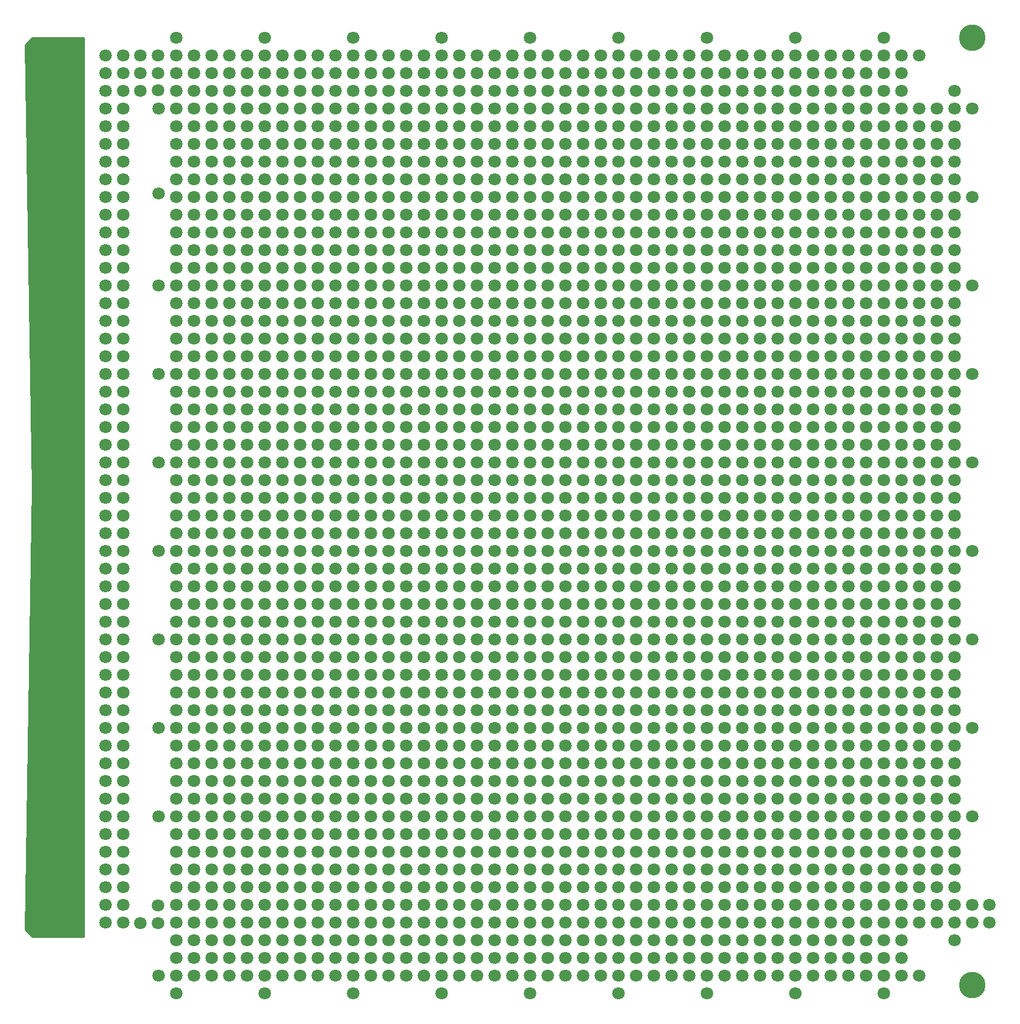
<source format=gbr>
%TF.GenerationSoftware,KiCad,Pcbnew,(5.1.6-0-10_14)*%
%TF.CreationDate,2020-07-02T17:02:21+02:00*%
%TF.ProjectId,x68k-ioboard,7836386b-2d69-46f6-926f-6172642e6b69,rev?*%
%TF.SameCoordinates,Original*%
%TF.FileFunction,Soldermask,Bot*%
%TF.FilePolarity,Negative*%
%FSLAX46Y46*%
G04 Gerber Fmt 4.6, Leading zero omitted, Abs format (unit mm)*
G04 Created by KiCad (PCBNEW (5.1.6-0-10_14)) date 2020-07-02 17:02:21*
%MOMM*%
%LPD*%
G01*
G04 APERTURE LIST*
%ADD10C,1.800000*%
%ADD11C,3.800000*%
%ADD12C,0.254000*%
G04 APERTURE END LIST*
D10*
%TO.C,1*%
X164460000Y-165460000D03*
%TD*%
%TO.C,1*%
X164460000Y-162960000D03*
%TD*%
%TO.C,1*%
X123860000Y-38500000D03*
%TD*%
%TO.C,1*%
X161960000Y-162960000D03*
%TD*%
%TO.C,1*%
X159420000Y-46120000D03*
%TD*%
%TO.C,1*%
X161960000Y-48660000D03*
%TD*%
%TO.C,1*%
X161960000Y-61360000D03*
%TD*%
%TO.C,1*%
X161960000Y-74060000D03*
%TD*%
%TO.C,1*%
X161960000Y-86760000D03*
%TD*%
%TO.C,1*%
X161960000Y-99460000D03*
%TD*%
%TO.C,1*%
X161960000Y-112160000D03*
%TD*%
%TO.C,1*%
X161960000Y-124860000D03*
%TD*%
%TO.C,1*%
X161960000Y-137560000D03*
%TD*%
%TO.C,1*%
X161960000Y-150260000D03*
%TD*%
%TO.C,1*%
X159420000Y-168040000D03*
%TD*%
%TO.C,1*%
X161960000Y-165500000D03*
%TD*%
%TO.C,1*%
X149260000Y-175660000D03*
%TD*%
%TO.C,1*%
X136560000Y-175660000D03*
%TD*%
%TO.C,1*%
X123860000Y-175660000D03*
%TD*%
%TO.C,1*%
X111160000Y-175660000D03*
%TD*%
%TO.C,1*%
X98460000Y-175660000D03*
%TD*%
%TO.C,1*%
X85760000Y-175660000D03*
%TD*%
%TO.C,1*%
X73060000Y-175660000D03*
%TD*%
%TO.C,1*%
X60360000Y-175660000D03*
%TD*%
%TO.C,1*%
X149260000Y-38500000D03*
%TD*%
%TO.C,1*%
X136560000Y-38500000D03*
%TD*%
%TO.C,1*%
X111160000Y-38500000D03*
%TD*%
%TO.C,1*%
X98460000Y-38500000D03*
%TD*%
%TO.C,1*%
X85760000Y-38500000D03*
%TD*%
%TO.C,1*%
X73060000Y-38500000D03*
%TD*%
%TO.C,1*%
X60360000Y-38500000D03*
%TD*%
%TO.C,1*%
X47660000Y-38500000D03*
%TD*%
%TO.C,1*%
X154340000Y-41040000D03*
%TD*%
%TO.C,1*%
X151800000Y-41040000D03*
%TD*%
%TO.C,1*%
X149260000Y-41040000D03*
%TD*%
%TO.C,1*%
X146720000Y-41040000D03*
%TD*%
%TO.C,1*%
X144180000Y-41040000D03*
%TD*%
%TO.C,1*%
X141640000Y-41040000D03*
%TD*%
%TO.C,1*%
X139100000Y-41040000D03*
%TD*%
%TO.C,1*%
X136560000Y-41040000D03*
%TD*%
%TO.C,1*%
X134020000Y-41040000D03*
%TD*%
%TO.C,1*%
X131480000Y-41040000D03*
%TD*%
%TO.C,1*%
X128940000Y-41040000D03*
%TD*%
%TO.C,1*%
X126400000Y-41040000D03*
%TD*%
%TO.C,1*%
X123860000Y-41040000D03*
%TD*%
%TO.C,1*%
X121320000Y-41040000D03*
%TD*%
%TO.C,1*%
X118780000Y-41040000D03*
%TD*%
%TO.C,1*%
X116240000Y-41040000D03*
%TD*%
%TO.C,1*%
X113700000Y-41040000D03*
%TD*%
%TO.C,1*%
X111160000Y-41040000D03*
%TD*%
%TO.C,1*%
X108620000Y-41040000D03*
%TD*%
%TO.C,1*%
X106080000Y-41040000D03*
%TD*%
%TO.C,1*%
X103540000Y-41040000D03*
%TD*%
%TO.C,1*%
X101000000Y-41040000D03*
%TD*%
%TO.C,1*%
X98460000Y-41040000D03*
%TD*%
%TO.C,1*%
X95920000Y-41040000D03*
%TD*%
%TO.C,1*%
X93380000Y-41040000D03*
%TD*%
%TO.C,1*%
X90840000Y-41040000D03*
%TD*%
%TO.C,1*%
X88300000Y-41040000D03*
%TD*%
%TO.C,1*%
X85760000Y-41040000D03*
%TD*%
%TO.C,1*%
X83220000Y-41040000D03*
%TD*%
%TO.C,1*%
X80680000Y-41040000D03*
%TD*%
%TO.C,1*%
X78140000Y-41040000D03*
%TD*%
%TO.C,1*%
X75600000Y-41040000D03*
%TD*%
%TO.C,1*%
X73060000Y-41040000D03*
%TD*%
%TO.C,1*%
X70520000Y-41040000D03*
%TD*%
%TO.C,1*%
X67980000Y-41040000D03*
%TD*%
%TO.C,1*%
X65440000Y-41040000D03*
%TD*%
%TO.C,1*%
X62900000Y-41040000D03*
%TD*%
%TO.C,1*%
X60360000Y-41040000D03*
%TD*%
%TO.C,1*%
X57820000Y-41040000D03*
%TD*%
%TO.C,1*%
X55280000Y-41040000D03*
%TD*%
%TO.C,1*%
X52740000Y-41040000D03*
%TD*%
%TO.C,1*%
X50200000Y-41040000D03*
%TD*%
%TO.C,1*%
X47660000Y-41040000D03*
%TD*%
%TO.C,1*%
X151800000Y-43580000D03*
%TD*%
%TO.C,1*%
X149260000Y-43580000D03*
%TD*%
%TO.C,1*%
X146720000Y-43580000D03*
%TD*%
%TO.C,1*%
X144180000Y-43580000D03*
%TD*%
%TO.C,1*%
X141640000Y-43580000D03*
%TD*%
%TO.C,1*%
X139100000Y-43580000D03*
%TD*%
%TO.C,1*%
X136560000Y-43580000D03*
%TD*%
%TO.C,1*%
X134020000Y-43580000D03*
%TD*%
%TO.C,1*%
X131480000Y-43580000D03*
%TD*%
%TO.C,1*%
X128940000Y-43580000D03*
%TD*%
%TO.C,1*%
X126400000Y-43580000D03*
%TD*%
%TO.C,1*%
X123860000Y-43580000D03*
%TD*%
%TO.C,1*%
X121320000Y-43580000D03*
%TD*%
%TO.C,1*%
X118780000Y-43580000D03*
%TD*%
%TO.C,1*%
X116240000Y-43580000D03*
%TD*%
%TO.C,1*%
X113700000Y-43580000D03*
%TD*%
%TO.C,1*%
X111160000Y-43580000D03*
%TD*%
%TO.C,1*%
X108620000Y-43580000D03*
%TD*%
%TO.C,1*%
X106080000Y-43580000D03*
%TD*%
%TO.C,1*%
X103540000Y-43580000D03*
%TD*%
%TO.C,1*%
X101000000Y-43580000D03*
%TD*%
%TO.C,1*%
X98460000Y-43580000D03*
%TD*%
%TO.C,1*%
X95920000Y-43580000D03*
%TD*%
%TO.C,1*%
X93380000Y-43580000D03*
%TD*%
%TO.C,1*%
X90840000Y-43580000D03*
%TD*%
%TO.C,1*%
X88300000Y-43580000D03*
%TD*%
%TO.C,1*%
X85760000Y-43580000D03*
%TD*%
%TO.C,1*%
X83220000Y-43580000D03*
%TD*%
%TO.C,1*%
X80680000Y-43580000D03*
%TD*%
%TO.C,1*%
X78140000Y-43580000D03*
%TD*%
%TO.C,1*%
X75600000Y-43580000D03*
%TD*%
%TO.C,1*%
X73060000Y-43580000D03*
%TD*%
%TO.C,1*%
X70520000Y-43580000D03*
%TD*%
%TO.C,1*%
X67980000Y-43580000D03*
%TD*%
%TO.C,1*%
X65440000Y-43580000D03*
%TD*%
%TO.C,1*%
X62900000Y-43580000D03*
%TD*%
%TO.C,1*%
X60360000Y-43580000D03*
%TD*%
%TO.C,1*%
X57820000Y-43580000D03*
%TD*%
%TO.C,1*%
X55280000Y-43580000D03*
%TD*%
%TO.C,1*%
X52740000Y-43580000D03*
%TD*%
%TO.C,1*%
X50200000Y-43580000D03*
%TD*%
%TO.C,1*%
X47660000Y-43580000D03*
%TD*%
%TO.C,1*%
X151800000Y-46120000D03*
%TD*%
%TO.C,1*%
X149260000Y-46120000D03*
%TD*%
%TO.C,1*%
X146720000Y-46120000D03*
%TD*%
%TO.C,1*%
X144180000Y-46120000D03*
%TD*%
%TO.C,1*%
X141640000Y-46120000D03*
%TD*%
%TO.C,1*%
X139100000Y-46120000D03*
%TD*%
%TO.C,1*%
X136560000Y-46120000D03*
%TD*%
%TO.C,1*%
X134020000Y-46120000D03*
%TD*%
%TO.C,1*%
X131480000Y-46120000D03*
%TD*%
%TO.C,1*%
X128940000Y-46120000D03*
%TD*%
%TO.C,1*%
X126400000Y-46120000D03*
%TD*%
%TO.C,1*%
X123860000Y-46120000D03*
%TD*%
%TO.C,1*%
X121320000Y-46120000D03*
%TD*%
%TO.C,1*%
X118780000Y-46120000D03*
%TD*%
%TO.C,1*%
X116240000Y-46120000D03*
%TD*%
%TO.C,1*%
X113700000Y-46120000D03*
%TD*%
%TO.C,1*%
X111160000Y-46120000D03*
%TD*%
%TO.C,1*%
X108620000Y-46120000D03*
%TD*%
%TO.C,1*%
X106080000Y-46120000D03*
%TD*%
%TO.C,1*%
X103540000Y-46120000D03*
%TD*%
%TO.C,1*%
X101000000Y-46120000D03*
%TD*%
%TO.C,1*%
X98460000Y-46120000D03*
%TD*%
%TO.C,1*%
X95920000Y-46120000D03*
%TD*%
%TO.C,1*%
X93380000Y-46120000D03*
%TD*%
%TO.C,1*%
X90840000Y-46120000D03*
%TD*%
%TO.C,1*%
X88300000Y-46120000D03*
%TD*%
%TO.C,1*%
X85760000Y-46120000D03*
%TD*%
%TO.C,1*%
X83220000Y-46120000D03*
%TD*%
%TO.C,1*%
X80680000Y-46120000D03*
%TD*%
%TO.C,1*%
X78140000Y-46120000D03*
%TD*%
%TO.C,1*%
X75600000Y-46120000D03*
%TD*%
%TO.C,1*%
X73060000Y-46120000D03*
%TD*%
%TO.C,1*%
X70520000Y-46120000D03*
%TD*%
%TO.C,1*%
X67980000Y-46120000D03*
%TD*%
%TO.C,1*%
X65440000Y-46120000D03*
%TD*%
%TO.C,1*%
X62900000Y-46120000D03*
%TD*%
%TO.C,1*%
X60360000Y-46120000D03*
%TD*%
%TO.C,1*%
X57820000Y-46120000D03*
%TD*%
%TO.C,1*%
X55280000Y-46120000D03*
%TD*%
%TO.C,1*%
X52740000Y-46120000D03*
%TD*%
%TO.C,1*%
X50200000Y-46120000D03*
%TD*%
%TO.C,1*%
X47660000Y-46120000D03*
%TD*%
%TO.C,1*%
X159420000Y-48660000D03*
%TD*%
%TO.C,1*%
X156880000Y-48660000D03*
%TD*%
%TO.C,1*%
X154340000Y-48660000D03*
%TD*%
%TO.C,1*%
X151800000Y-48660000D03*
%TD*%
%TO.C,1*%
X149260000Y-48660000D03*
%TD*%
%TO.C,1*%
X146720000Y-48660000D03*
%TD*%
%TO.C,1*%
X144180000Y-48660000D03*
%TD*%
%TO.C,1*%
X141640000Y-48660000D03*
%TD*%
%TO.C,1*%
X139100000Y-48660000D03*
%TD*%
%TO.C,1*%
X136560000Y-48660000D03*
%TD*%
%TO.C,1*%
X134020000Y-48660000D03*
%TD*%
%TO.C,1*%
X131480000Y-48660000D03*
%TD*%
%TO.C,1*%
X128940000Y-48660000D03*
%TD*%
%TO.C,1*%
X126400000Y-48660000D03*
%TD*%
%TO.C,1*%
X123860000Y-48660000D03*
%TD*%
%TO.C,1*%
X121320000Y-48660000D03*
%TD*%
%TO.C,1*%
X118780000Y-48660000D03*
%TD*%
%TO.C,1*%
X116240000Y-48660000D03*
%TD*%
%TO.C,1*%
X113700000Y-48660000D03*
%TD*%
%TO.C,1*%
X111160000Y-48660000D03*
%TD*%
%TO.C,1*%
X108620000Y-48660000D03*
%TD*%
%TO.C,1*%
X106080000Y-48660000D03*
%TD*%
%TO.C,1*%
X103540000Y-48660000D03*
%TD*%
%TO.C,1*%
X101000000Y-48660000D03*
%TD*%
%TO.C,1*%
X98460000Y-48660000D03*
%TD*%
%TO.C,1*%
X95920000Y-48660000D03*
%TD*%
%TO.C,1*%
X93380000Y-48660000D03*
%TD*%
%TO.C,1*%
X90840000Y-48660000D03*
%TD*%
%TO.C,1*%
X88300000Y-48660000D03*
%TD*%
%TO.C,1*%
X85760000Y-48660000D03*
%TD*%
%TO.C,1*%
X83220000Y-48660000D03*
%TD*%
%TO.C,1*%
X80680000Y-48660000D03*
%TD*%
%TO.C,1*%
X78140000Y-48660000D03*
%TD*%
%TO.C,1*%
X75600000Y-48660000D03*
%TD*%
%TO.C,1*%
X73060000Y-48660000D03*
%TD*%
%TO.C,1*%
X70520000Y-48660000D03*
%TD*%
%TO.C,1*%
X67980000Y-48660000D03*
%TD*%
%TO.C,1*%
X65440000Y-48660000D03*
%TD*%
%TO.C,1*%
X62900000Y-48660000D03*
%TD*%
%TO.C,1*%
X60360000Y-48660000D03*
%TD*%
%TO.C,1*%
X57820000Y-48660000D03*
%TD*%
%TO.C,1*%
X55280000Y-48660000D03*
%TD*%
%TO.C,1*%
X52740000Y-48660000D03*
%TD*%
%TO.C,1*%
X50200000Y-48660000D03*
%TD*%
%TO.C,1*%
X47660000Y-48660000D03*
%TD*%
%TO.C,1*%
X159420000Y-51200000D03*
%TD*%
%TO.C,1*%
X156880000Y-51200000D03*
%TD*%
%TO.C,1*%
X154340000Y-51200000D03*
%TD*%
%TO.C,1*%
X151800000Y-51200000D03*
%TD*%
%TO.C,1*%
X149260000Y-51200000D03*
%TD*%
%TO.C,1*%
X146720000Y-51200000D03*
%TD*%
%TO.C,1*%
X144180000Y-51200000D03*
%TD*%
%TO.C,1*%
X141640000Y-51200000D03*
%TD*%
%TO.C,1*%
X139100000Y-51200000D03*
%TD*%
%TO.C,1*%
X136560000Y-51200000D03*
%TD*%
%TO.C,1*%
X134020000Y-51200000D03*
%TD*%
%TO.C,1*%
X131480000Y-51200000D03*
%TD*%
%TO.C,1*%
X128940000Y-51200000D03*
%TD*%
%TO.C,1*%
X126400000Y-51200000D03*
%TD*%
%TO.C,1*%
X123860000Y-51200000D03*
%TD*%
%TO.C,1*%
X121320000Y-51200000D03*
%TD*%
%TO.C,1*%
X118780000Y-51200000D03*
%TD*%
%TO.C,1*%
X116240000Y-51200000D03*
%TD*%
%TO.C,1*%
X113700000Y-51200000D03*
%TD*%
%TO.C,1*%
X111160000Y-51200000D03*
%TD*%
%TO.C,1*%
X108620000Y-51200000D03*
%TD*%
%TO.C,1*%
X106080000Y-51200000D03*
%TD*%
%TO.C,1*%
X103540000Y-51200000D03*
%TD*%
%TO.C,1*%
X101000000Y-51200000D03*
%TD*%
%TO.C,1*%
X98460000Y-51200000D03*
%TD*%
%TO.C,1*%
X95920000Y-51200000D03*
%TD*%
%TO.C,1*%
X93380000Y-51200000D03*
%TD*%
%TO.C,1*%
X90840000Y-51200000D03*
%TD*%
%TO.C,1*%
X88300000Y-51200000D03*
%TD*%
%TO.C,1*%
X85760000Y-51200000D03*
%TD*%
%TO.C,1*%
X83220000Y-51200000D03*
%TD*%
%TO.C,1*%
X80680000Y-51200000D03*
%TD*%
%TO.C,1*%
X78140000Y-51200000D03*
%TD*%
%TO.C,1*%
X75600000Y-51200000D03*
%TD*%
%TO.C,1*%
X73060000Y-51200000D03*
%TD*%
%TO.C,1*%
X70520000Y-51200000D03*
%TD*%
%TO.C,1*%
X67980000Y-51200000D03*
%TD*%
%TO.C,1*%
X65440000Y-51200000D03*
%TD*%
%TO.C,1*%
X62900000Y-51200000D03*
%TD*%
%TO.C,1*%
X60360000Y-51200000D03*
%TD*%
%TO.C,1*%
X57820000Y-51200000D03*
%TD*%
%TO.C,1*%
X55280000Y-51200000D03*
%TD*%
%TO.C,1*%
X52740000Y-51200000D03*
%TD*%
%TO.C,1*%
X50200000Y-51200000D03*
%TD*%
%TO.C,1*%
X47660000Y-51200000D03*
%TD*%
%TO.C,1*%
X159420000Y-53740000D03*
%TD*%
%TO.C,1*%
X156880000Y-53740000D03*
%TD*%
%TO.C,1*%
X154340000Y-53740000D03*
%TD*%
%TO.C,1*%
X151800000Y-53740000D03*
%TD*%
%TO.C,1*%
X149260000Y-53740000D03*
%TD*%
%TO.C,1*%
X146720000Y-53740000D03*
%TD*%
%TO.C,1*%
X144180000Y-53740000D03*
%TD*%
%TO.C,1*%
X141640000Y-53740000D03*
%TD*%
%TO.C,1*%
X139100000Y-53740000D03*
%TD*%
%TO.C,1*%
X136560000Y-53740000D03*
%TD*%
%TO.C,1*%
X134020000Y-53740000D03*
%TD*%
%TO.C,1*%
X131480000Y-53740000D03*
%TD*%
%TO.C,1*%
X128940000Y-53740000D03*
%TD*%
%TO.C,1*%
X126400000Y-53740000D03*
%TD*%
%TO.C,1*%
X123860000Y-53740000D03*
%TD*%
%TO.C,1*%
X121320000Y-53740000D03*
%TD*%
%TO.C,1*%
X118780000Y-53740000D03*
%TD*%
%TO.C,1*%
X116240000Y-53740000D03*
%TD*%
%TO.C,1*%
X113700000Y-53740000D03*
%TD*%
%TO.C,1*%
X111160000Y-53740000D03*
%TD*%
%TO.C,1*%
X108620000Y-53740000D03*
%TD*%
%TO.C,1*%
X106080000Y-53740000D03*
%TD*%
%TO.C,1*%
X103540000Y-53740000D03*
%TD*%
%TO.C,1*%
X101000000Y-53740000D03*
%TD*%
%TO.C,1*%
X98460000Y-53740000D03*
%TD*%
%TO.C,1*%
X95920000Y-53740000D03*
%TD*%
%TO.C,1*%
X93380000Y-53740000D03*
%TD*%
%TO.C,1*%
X90840000Y-53740000D03*
%TD*%
%TO.C,1*%
X88300000Y-53740000D03*
%TD*%
%TO.C,1*%
X85760000Y-53740000D03*
%TD*%
%TO.C,1*%
X83220000Y-53740000D03*
%TD*%
%TO.C,1*%
X80680000Y-53740000D03*
%TD*%
%TO.C,1*%
X78140000Y-53740000D03*
%TD*%
%TO.C,1*%
X75600000Y-53740000D03*
%TD*%
%TO.C,1*%
X73060000Y-53740000D03*
%TD*%
%TO.C,1*%
X70520000Y-53740000D03*
%TD*%
%TO.C,1*%
X67980000Y-53740000D03*
%TD*%
%TO.C,1*%
X65440000Y-53740000D03*
%TD*%
%TO.C,1*%
X62900000Y-53740000D03*
%TD*%
%TO.C,1*%
X60360000Y-53740000D03*
%TD*%
%TO.C,1*%
X57820000Y-53740000D03*
%TD*%
%TO.C,1*%
X55280000Y-53740000D03*
%TD*%
%TO.C,1*%
X52740000Y-53740000D03*
%TD*%
%TO.C,1*%
X50200000Y-53740000D03*
%TD*%
%TO.C,1*%
X47660000Y-53740000D03*
%TD*%
%TO.C,1*%
X159420000Y-56280000D03*
%TD*%
%TO.C,1*%
X156880000Y-56280000D03*
%TD*%
%TO.C,1*%
X154340000Y-56280000D03*
%TD*%
%TO.C,1*%
X151800000Y-56280000D03*
%TD*%
%TO.C,1*%
X149260000Y-56280000D03*
%TD*%
%TO.C,1*%
X146720000Y-56280000D03*
%TD*%
%TO.C,1*%
X144180000Y-56280000D03*
%TD*%
%TO.C,1*%
X141640000Y-56280000D03*
%TD*%
%TO.C,1*%
X139100000Y-56280000D03*
%TD*%
%TO.C,1*%
X136560000Y-56280000D03*
%TD*%
%TO.C,1*%
X134020000Y-56280000D03*
%TD*%
%TO.C,1*%
X131480000Y-56280000D03*
%TD*%
%TO.C,1*%
X128940000Y-56280000D03*
%TD*%
%TO.C,1*%
X126400000Y-56280000D03*
%TD*%
%TO.C,1*%
X123860000Y-56280000D03*
%TD*%
%TO.C,1*%
X121320000Y-56280000D03*
%TD*%
%TO.C,1*%
X118780000Y-56280000D03*
%TD*%
%TO.C,1*%
X116240000Y-56280000D03*
%TD*%
%TO.C,1*%
X113700000Y-56280000D03*
%TD*%
%TO.C,1*%
X111160000Y-56280000D03*
%TD*%
%TO.C,1*%
X108620000Y-56280000D03*
%TD*%
%TO.C,1*%
X106080000Y-56280000D03*
%TD*%
%TO.C,1*%
X103540000Y-56280000D03*
%TD*%
%TO.C,1*%
X101000000Y-56280000D03*
%TD*%
%TO.C,1*%
X98460000Y-56280000D03*
%TD*%
%TO.C,1*%
X95920000Y-56280000D03*
%TD*%
%TO.C,1*%
X93380000Y-56280000D03*
%TD*%
%TO.C,1*%
X90840000Y-56280000D03*
%TD*%
%TO.C,1*%
X88300000Y-56280000D03*
%TD*%
%TO.C,1*%
X85760000Y-56280000D03*
%TD*%
%TO.C,1*%
X83220000Y-56280000D03*
%TD*%
%TO.C,1*%
X80680000Y-56280000D03*
%TD*%
%TO.C,1*%
X78140000Y-56280000D03*
%TD*%
%TO.C,1*%
X75600000Y-56280000D03*
%TD*%
%TO.C,1*%
X73060000Y-56280000D03*
%TD*%
%TO.C,1*%
X70520000Y-56280000D03*
%TD*%
%TO.C,1*%
X67980000Y-56280000D03*
%TD*%
%TO.C,1*%
X65440000Y-56280000D03*
%TD*%
%TO.C,1*%
X62900000Y-56280000D03*
%TD*%
%TO.C,1*%
X60360000Y-56280000D03*
%TD*%
%TO.C,1*%
X57820000Y-56280000D03*
%TD*%
%TO.C,1*%
X55280000Y-56280000D03*
%TD*%
%TO.C,1*%
X52740000Y-56280000D03*
%TD*%
%TO.C,1*%
X50200000Y-56280000D03*
%TD*%
%TO.C,1*%
X47660000Y-56280000D03*
%TD*%
%TO.C,1*%
X159420000Y-58820000D03*
%TD*%
%TO.C,1*%
X156880000Y-58820000D03*
%TD*%
%TO.C,1*%
X154340000Y-58820000D03*
%TD*%
%TO.C,1*%
X151800000Y-58820000D03*
%TD*%
%TO.C,1*%
X149260000Y-58820000D03*
%TD*%
%TO.C,1*%
X146720000Y-58820000D03*
%TD*%
%TO.C,1*%
X144180000Y-58820000D03*
%TD*%
%TO.C,1*%
X141640000Y-58820000D03*
%TD*%
%TO.C,1*%
X139100000Y-58820000D03*
%TD*%
%TO.C,1*%
X136560000Y-58820000D03*
%TD*%
%TO.C,1*%
X134020000Y-58820000D03*
%TD*%
%TO.C,1*%
X131480000Y-58820000D03*
%TD*%
%TO.C,1*%
X128940000Y-58820000D03*
%TD*%
%TO.C,1*%
X126400000Y-58820000D03*
%TD*%
%TO.C,1*%
X123860000Y-58820000D03*
%TD*%
%TO.C,1*%
X121320000Y-58820000D03*
%TD*%
%TO.C,1*%
X118780000Y-58820000D03*
%TD*%
%TO.C,1*%
X116240000Y-58820000D03*
%TD*%
%TO.C,1*%
X113700000Y-58820000D03*
%TD*%
%TO.C,1*%
X111160000Y-58820000D03*
%TD*%
%TO.C,1*%
X108620000Y-58820000D03*
%TD*%
%TO.C,1*%
X106080000Y-58820000D03*
%TD*%
%TO.C,1*%
X103540000Y-58820000D03*
%TD*%
%TO.C,1*%
X101000000Y-58820000D03*
%TD*%
%TO.C,1*%
X98460000Y-58820000D03*
%TD*%
%TO.C,1*%
X95920000Y-58820000D03*
%TD*%
%TO.C,1*%
X93380000Y-58820000D03*
%TD*%
%TO.C,1*%
X90840000Y-58820000D03*
%TD*%
%TO.C,1*%
X88300000Y-58820000D03*
%TD*%
%TO.C,1*%
X85760000Y-58820000D03*
%TD*%
%TO.C,1*%
X83220000Y-58820000D03*
%TD*%
%TO.C,1*%
X80680000Y-58820000D03*
%TD*%
%TO.C,1*%
X78140000Y-58820000D03*
%TD*%
%TO.C,1*%
X75600000Y-58820000D03*
%TD*%
%TO.C,1*%
X73060000Y-58820000D03*
%TD*%
%TO.C,1*%
X70520000Y-58820000D03*
%TD*%
%TO.C,1*%
X67980000Y-58820000D03*
%TD*%
%TO.C,1*%
X65440000Y-58820000D03*
%TD*%
%TO.C,1*%
X62900000Y-58820000D03*
%TD*%
%TO.C,1*%
X60360000Y-58820000D03*
%TD*%
%TO.C,1*%
X57820000Y-58820000D03*
%TD*%
%TO.C,1*%
X55280000Y-58820000D03*
%TD*%
%TO.C,1*%
X52740000Y-58820000D03*
%TD*%
%TO.C,1*%
X50200000Y-58820000D03*
%TD*%
%TO.C,1*%
X47660000Y-58820000D03*
%TD*%
%TO.C,1*%
X159420000Y-61360000D03*
%TD*%
%TO.C,1*%
X156880000Y-61360000D03*
%TD*%
%TO.C,1*%
X154340000Y-61360000D03*
%TD*%
%TO.C,1*%
X151800000Y-61360000D03*
%TD*%
%TO.C,1*%
X149260000Y-61360000D03*
%TD*%
%TO.C,1*%
X146720000Y-61360000D03*
%TD*%
%TO.C,1*%
X144180000Y-61360000D03*
%TD*%
%TO.C,1*%
X141640000Y-61360000D03*
%TD*%
%TO.C,1*%
X139100000Y-61360000D03*
%TD*%
%TO.C,1*%
X136560000Y-61360000D03*
%TD*%
%TO.C,1*%
X134020000Y-61360000D03*
%TD*%
%TO.C,1*%
X131480000Y-61360000D03*
%TD*%
%TO.C,1*%
X128940000Y-61360000D03*
%TD*%
%TO.C,1*%
X126400000Y-61360000D03*
%TD*%
%TO.C,1*%
X123860000Y-61360000D03*
%TD*%
%TO.C,1*%
X121320000Y-61360000D03*
%TD*%
%TO.C,1*%
X118780000Y-61360000D03*
%TD*%
%TO.C,1*%
X116240000Y-61360000D03*
%TD*%
%TO.C,1*%
X113700000Y-61360000D03*
%TD*%
%TO.C,1*%
X111160000Y-61360000D03*
%TD*%
%TO.C,1*%
X108620000Y-61360000D03*
%TD*%
%TO.C,1*%
X106080000Y-61360000D03*
%TD*%
%TO.C,1*%
X103540000Y-61360000D03*
%TD*%
%TO.C,1*%
X101000000Y-61360000D03*
%TD*%
%TO.C,1*%
X98460000Y-61360000D03*
%TD*%
%TO.C,1*%
X95920000Y-61360000D03*
%TD*%
%TO.C,1*%
X93380000Y-61360000D03*
%TD*%
%TO.C,1*%
X90840000Y-61360000D03*
%TD*%
%TO.C,1*%
X88300000Y-61360000D03*
%TD*%
%TO.C,1*%
X85760000Y-61360000D03*
%TD*%
%TO.C,1*%
X83220000Y-61360000D03*
%TD*%
%TO.C,1*%
X80680000Y-61360000D03*
%TD*%
%TO.C,1*%
X78140000Y-61360000D03*
%TD*%
%TO.C,1*%
X75600000Y-61360000D03*
%TD*%
%TO.C,1*%
X73060000Y-61360000D03*
%TD*%
%TO.C,1*%
X70520000Y-61360000D03*
%TD*%
%TO.C,1*%
X67980000Y-61360000D03*
%TD*%
%TO.C,1*%
X65440000Y-61360000D03*
%TD*%
%TO.C,1*%
X62900000Y-61360000D03*
%TD*%
%TO.C,1*%
X60360000Y-61360000D03*
%TD*%
%TO.C,1*%
X57820000Y-61360000D03*
%TD*%
%TO.C,1*%
X55280000Y-61360000D03*
%TD*%
%TO.C,1*%
X52740000Y-61360000D03*
%TD*%
%TO.C,1*%
X50200000Y-61360000D03*
%TD*%
%TO.C,1*%
X47660000Y-61360000D03*
%TD*%
%TO.C,1*%
X159420000Y-63900000D03*
%TD*%
%TO.C,1*%
X156880000Y-63900000D03*
%TD*%
%TO.C,1*%
X154340000Y-63900000D03*
%TD*%
%TO.C,1*%
X151800000Y-63900000D03*
%TD*%
%TO.C,1*%
X149260000Y-63900000D03*
%TD*%
%TO.C,1*%
X146720000Y-63900000D03*
%TD*%
%TO.C,1*%
X144180000Y-63900000D03*
%TD*%
%TO.C,1*%
X141640000Y-63900000D03*
%TD*%
%TO.C,1*%
X139100000Y-63900000D03*
%TD*%
%TO.C,1*%
X136560000Y-63900000D03*
%TD*%
%TO.C,1*%
X134020000Y-63900000D03*
%TD*%
%TO.C,1*%
X131480000Y-63900000D03*
%TD*%
%TO.C,1*%
X128940000Y-63900000D03*
%TD*%
%TO.C,1*%
X126400000Y-63900000D03*
%TD*%
%TO.C,1*%
X123860000Y-63900000D03*
%TD*%
%TO.C,1*%
X121320000Y-63900000D03*
%TD*%
%TO.C,1*%
X118780000Y-63900000D03*
%TD*%
%TO.C,1*%
X116240000Y-63900000D03*
%TD*%
%TO.C,1*%
X113700000Y-63900000D03*
%TD*%
%TO.C,1*%
X111160000Y-63900000D03*
%TD*%
%TO.C,1*%
X108620000Y-63900000D03*
%TD*%
%TO.C,1*%
X106080000Y-63900000D03*
%TD*%
%TO.C,1*%
X103540000Y-63900000D03*
%TD*%
%TO.C,1*%
X101000000Y-63900000D03*
%TD*%
%TO.C,1*%
X98460000Y-63900000D03*
%TD*%
%TO.C,1*%
X95920000Y-63900000D03*
%TD*%
%TO.C,1*%
X93380000Y-63900000D03*
%TD*%
%TO.C,1*%
X90840000Y-63900000D03*
%TD*%
%TO.C,1*%
X88300000Y-63900000D03*
%TD*%
%TO.C,1*%
X85760000Y-63900000D03*
%TD*%
%TO.C,1*%
X83220000Y-63900000D03*
%TD*%
%TO.C,1*%
X80680000Y-63900000D03*
%TD*%
%TO.C,1*%
X78140000Y-63900000D03*
%TD*%
%TO.C,1*%
X75600000Y-63900000D03*
%TD*%
%TO.C,1*%
X73060000Y-63900000D03*
%TD*%
%TO.C,1*%
X70520000Y-63900000D03*
%TD*%
%TO.C,1*%
X67980000Y-63900000D03*
%TD*%
%TO.C,1*%
X65440000Y-63900000D03*
%TD*%
%TO.C,1*%
X62900000Y-63900000D03*
%TD*%
%TO.C,1*%
X60360000Y-63900000D03*
%TD*%
%TO.C,1*%
X57820000Y-63900000D03*
%TD*%
%TO.C,1*%
X55280000Y-63900000D03*
%TD*%
%TO.C,1*%
X52740000Y-63900000D03*
%TD*%
%TO.C,1*%
X50200000Y-63900000D03*
%TD*%
%TO.C,1*%
X47660000Y-63900000D03*
%TD*%
%TO.C,1*%
X159420000Y-66440000D03*
%TD*%
%TO.C,1*%
X156880000Y-66440000D03*
%TD*%
%TO.C,1*%
X154340000Y-66440000D03*
%TD*%
%TO.C,1*%
X151800000Y-66440000D03*
%TD*%
%TO.C,1*%
X149260000Y-66440000D03*
%TD*%
%TO.C,1*%
X146720000Y-66440000D03*
%TD*%
%TO.C,1*%
X144180000Y-66440000D03*
%TD*%
%TO.C,1*%
X141640000Y-66440000D03*
%TD*%
%TO.C,1*%
X139100000Y-66440000D03*
%TD*%
%TO.C,1*%
X136560000Y-66440000D03*
%TD*%
%TO.C,1*%
X134020000Y-66440000D03*
%TD*%
%TO.C,1*%
X131480000Y-66440000D03*
%TD*%
%TO.C,1*%
X128940000Y-66440000D03*
%TD*%
%TO.C,1*%
X126400000Y-66440000D03*
%TD*%
%TO.C,1*%
X123860000Y-66440000D03*
%TD*%
%TO.C,1*%
X121320000Y-66440000D03*
%TD*%
%TO.C,1*%
X118780000Y-66440000D03*
%TD*%
%TO.C,1*%
X116240000Y-66440000D03*
%TD*%
%TO.C,1*%
X113700000Y-66440000D03*
%TD*%
%TO.C,1*%
X111160000Y-66440000D03*
%TD*%
%TO.C,1*%
X108620000Y-66440000D03*
%TD*%
%TO.C,1*%
X106080000Y-66440000D03*
%TD*%
%TO.C,1*%
X103540000Y-66440000D03*
%TD*%
%TO.C,1*%
X101000000Y-66440000D03*
%TD*%
%TO.C,1*%
X98460000Y-66440000D03*
%TD*%
%TO.C,1*%
X95920000Y-66440000D03*
%TD*%
%TO.C,1*%
X93380000Y-66440000D03*
%TD*%
%TO.C,1*%
X90840000Y-66440000D03*
%TD*%
%TO.C,1*%
X88300000Y-66440000D03*
%TD*%
%TO.C,1*%
X85760000Y-66440000D03*
%TD*%
%TO.C,1*%
X83220000Y-66440000D03*
%TD*%
%TO.C,1*%
X80680000Y-66440000D03*
%TD*%
%TO.C,1*%
X78140000Y-66440000D03*
%TD*%
%TO.C,1*%
X75600000Y-66440000D03*
%TD*%
%TO.C,1*%
X73060000Y-66440000D03*
%TD*%
%TO.C,1*%
X70520000Y-66440000D03*
%TD*%
%TO.C,1*%
X67980000Y-66440000D03*
%TD*%
%TO.C,1*%
X65440000Y-66440000D03*
%TD*%
%TO.C,1*%
X62900000Y-66440000D03*
%TD*%
%TO.C,1*%
X60360000Y-66440000D03*
%TD*%
%TO.C,1*%
X57820000Y-66440000D03*
%TD*%
%TO.C,1*%
X55280000Y-66440000D03*
%TD*%
%TO.C,1*%
X52740000Y-66440000D03*
%TD*%
%TO.C,1*%
X50200000Y-66440000D03*
%TD*%
%TO.C,1*%
X47660000Y-66440000D03*
%TD*%
%TO.C,1*%
X159420000Y-68980000D03*
%TD*%
%TO.C,1*%
X156880000Y-68980000D03*
%TD*%
%TO.C,1*%
X154340000Y-68980000D03*
%TD*%
%TO.C,1*%
X151800000Y-68980000D03*
%TD*%
%TO.C,1*%
X149260000Y-68980000D03*
%TD*%
%TO.C,1*%
X146720000Y-68980000D03*
%TD*%
%TO.C,1*%
X144180000Y-68980000D03*
%TD*%
%TO.C,1*%
X141640000Y-68980000D03*
%TD*%
%TO.C,1*%
X139100000Y-68980000D03*
%TD*%
%TO.C,1*%
X136560000Y-68980000D03*
%TD*%
%TO.C,1*%
X134020000Y-68980000D03*
%TD*%
%TO.C,1*%
X131480000Y-68980000D03*
%TD*%
%TO.C,1*%
X128940000Y-68980000D03*
%TD*%
%TO.C,1*%
X126400000Y-68980000D03*
%TD*%
%TO.C,1*%
X123860000Y-68980000D03*
%TD*%
%TO.C,1*%
X121320000Y-68980000D03*
%TD*%
%TO.C,1*%
X118780000Y-68980000D03*
%TD*%
%TO.C,1*%
X116240000Y-68980000D03*
%TD*%
%TO.C,1*%
X113700000Y-68980000D03*
%TD*%
%TO.C,1*%
X111160000Y-68980000D03*
%TD*%
%TO.C,1*%
X108620000Y-68980000D03*
%TD*%
%TO.C,1*%
X106080000Y-68980000D03*
%TD*%
%TO.C,1*%
X103540000Y-68980000D03*
%TD*%
%TO.C,1*%
X101000000Y-68980000D03*
%TD*%
%TO.C,1*%
X98460000Y-68980000D03*
%TD*%
%TO.C,1*%
X95920000Y-68980000D03*
%TD*%
%TO.C,1*%
X93380000Y-68980000D03*
%TD*%
%TO.C,1*%
X90840000Y-68980000D03*
%TD*%
%TO.C,1*%
X88300000Y-68980000D03*
%TD*%
%TO.C,1*%
X85760000Y-68980000D03*
%TD*%
%TO.C,1*%
X83220000Y-68980000D03*
%TD*%
%TO.C,1*%
X80680000Y-68980000D03*
%TD*%
%TO.C,1*%
X78140000Y-68980000D03*
%TD*%
%TO.C,1*%
X75600000Y-68980000D03*
%TD*%
%TO.C,1*%
X73060000Y-68980000D03*
%TD*%
%TO.C,1*%
X70520000Y-68980000D03*
%TD*%
%TO.C,1*%
X67980000Y-68980000D03*
%TD*%
%TO.C,1*%
X65440000Y-68980000D03*
%TD*%
%TO.C,1*%
X62900000Y-68980000D03*
%TD*%
%TO.C,1*%
X60360000Y-68980000D03*
%TD*%
%TO.C,1*%
X57820000Y-68980000D03*
%TD*%
%TO.C,1*%
X55280000Y-68980000D03*
%TD*%
%TO.C,1*%
X52740000Y-68980000D03*
%TD*%
%TO.C,1*%
X50200000Y-68980000D03*
%TD*%
%TO.C,1*%
X47660000Y-68980000D03*
%TD*%
%TO.C,1*%
X159420000Y-71520000D03*
%TD*%
%TO.C,1*%
X156880000Y-71520000D03*
%TD*%
%TO.C,1*%
X154340000Y-71520000D03*
%TD*%
%TO.C,1*%
X151800000Y-71520000D03*
%TD*%
%TO.C,1*%
X149260000Y-71520000D03*
%TD*%
%TO.C,1*%
X146720000Y-71520000D03*
%TD*%
%TO.C,1*%
X144180000Y-71520000D03*
%TD*%
%TO.C,1*%
X141640000Y-71520000D03*
%TD*%
%TO.C,1*%
X139100000Y-71520000D03*
%TD*%
%TO.C,1*%
X136560000Y-71520000D03*
%TD*%
%TO.C,1*%
X134020000Y-71520000D03*
%TD*%
%TO.C,1*%
X131480000Y-71520000D03*
%TD*%
%TO.C,1*%
X128940000Y-71520000D03*
%TD*%
%TO.C,1*%
X126400000Y-71520000D03*
%TD*%
%TO.C,1*%
X123860000Y-71520000D03*
%TD*%
%TO.C,1*%
X121320000Y-71520000D03*
%TD*%
%TO.C,1*%
X118780000Y-71520000D03*
%TD*%
%TO.C,1*%
X116240000Y-71520000D03*
%TD*%
%TO.C,1*%
X113700000Y-71520000D03*
%TD*%
%TO.C,1*%
X111160000Y-71520000D03*
%TD*%
%TO.C,1*%
X108620000Y-71520000D03*
%TD*%
%TO.C,1*%
X106080000Y-71520000D03*
%TD*%
%TO.C,1*%
X103540000Y-71520000D03*
%TD*%
%TO.C,1*%
X101000000Y-71520000D03*
%TD*%
%TO.C,1*%
X98460000Y-71520000D03*
%TD*%
%TO.C,1*%
X95920000Y-71520000D03*
%TD*%
%TO.C,1*%
X93380000Y-71520000D03*
%TD*%
%TO.C,1*%
X90840000Y-71520000D03*
%TD*%
%TO.C,1*%
X88300000Y-71520000D03*
%TD*%
%TO.C,1*%
X85760000Y-71520000D03*
%TD*%
%TO.C,1*%
X83220000Y-71520000D03*
%TD*%
%TO.C,1*%
X80680000Y-71520000D03*
%TD*%
%TO.C,1*%
X78140000Y-71520000D03*
%TD*%
%TO.C,1*%
X75600000Y-71520000D03*
%TD*%
%TO.C,1*%
X73060000Y-71520000D03*
%TD*%
%TO.C,1*%
X70520000Y-71520000D03*
%TD*%
%TO.C,1*%
X67980000Y-71520000D03*
%TD*%
%TO.C,1*%
X65440000Y-71520000D03*
%TD*%
%TO.C,1*%
X62900000Y-71520000D03*
%TD*%
%TO.C,1*%
X60360000Y-71520000D03*
%TD*%
%TO.C,1*%
X57820000Y-71520000D03*
%TD*%
%TO.C,1*%
X55280000Y-71520000D03*
%TD*%
%TO.C,1*%
X52740000Y-71520000D03*
%TD*%
%TO.C,1*%
X50200000Y-71520000D03*
%TD*%
%TO.C,1*%
X47660000Y-71520000D03*
%TD*%
%TO.C,1*%
X159420000Y-74060000D03*
%TD*%
%TO.C,1*%
X156880000Y-74060000D03*
%TD*%
%TO.C,1*%
X154340000Y-74060000D03*
%TD*%
%TO.C,1*%
X151800000Y-74060000D03*
%TD*%
%TO.C,1*%
X149260000Y-74060000D03*
%TD*%
%TO.C,1*%
X146720000Y-74060000D03*
%TD*%
%TO.C,1*%
X144180000Y-74060000D03*
%TD*%
%TO.C,1*%
X141640000Y-74060000D03*
%TD*%
%TO.C,1*%
X139100000Y-74060000D03*
%TD*%
%TO.C,1*%
X136560000Y-74060000D03*
%TD*%
%TO.C,1*%
X134020000Y-74060000D03*
%TD*%
%TO.C,1*%
X131480000Y-74060000D03*
%TD*%
%TO.C,1*%
X128940000Y-74060000D03*
%TD*%
%TO.C,1*%
X126400000Y-74060000D03*
%TD*%
%TO.C,1*%
X123860000Y-74060000D03*
%TD*%
%TO.C,1*%
X121320000Y-74060000D03*
%TD*%
%TO.C,1*%
X118780000Y-74060000D03*
%TD*%
%TO.C,1*%
X116240000Y-74060000D03*
%TD*%
%TO.C,1*%
X113700000Y-74060000D03*
%TD*%
%TO.C,1*%
X111160000Y-74060000D03*
%TD*%
%TO.C,1*%
X108620000Y-74060000D03*
%TD*%
%TO.C,1*%
X106080000Y-74060000D03*
%TD*%
%TO.C,1*%
X103540000Y-74060000D03*
%TD*%
%TO.C,1*%
X101000000Y-74060000D03*
%TD*%
%TO.C,1*%
X98460000Y-74060000D03*
%TD*%
%TO.C,1*%
X95920000Y-74060000D03*
%TD*%
%TO.C,1*%
X93380000Y-74060000D03*
%TD*%
%TO.C,1*%
X90840000Y-74060000D03*
%TD*%
%TO.C,1*%
X88300000Y-74060000D03*
%TD*%
%TO.C,1*%
X85760000Y-74060000D03*
%TD*%
%TO.C,1*%
X83220000Y-74060000D03*
%TD*%
%TO.C,1*%
X80680000Y-74060000D03*
%TD*%
%TO.C,1*%
X78140000Y-74060000D03*
%TD*%
%TO.C,1*%
X75600000Y-74060000D03*
%TD*%
%TO.C,1*%
X73060000Y-74060000D03*
%TD*%
%TO.C,1*%
X70520000Y-74060000D03*
%TD*%
%TO.C,1*%
X67980000Y-74060000D03*
%TD*%
%TO.C,1*%
X65440000Y-74060000D03*
%TD*%
%TO.C,1*%
X62900000Y-74060000D03*
%TD*%
%TO.C,1*%
X60360000Y-74060000D03*
%TD*%
%TO.C,1*%
X57820000Y-74060000D03*
%TD*%
%TO.C,1*%
X55280000Y-74060000D03*
%TD*%
%TO.C,1*%
X52740000Y-74060000D03*
%TD*%
%TO.C,1*%
X50200000Y-74060000D03*
%TD*%
%TO.C,1*%
X47660000Y-74060000D03*
%TD*%
%TO.C,1*%
X159420000Y-76600000D03*
%TD*%
%TO.C,1*%
X156880000Y-76600000D03*
%TD*%
%TO.C,1*%
X154340000Y-76600000D03*
%TD*%
%TO.C,1*%
X151800000Y-76600000D03*
%TD*%
%TO.C,1*%
X149260000Y-76600000D03*
%TD*%
%TO.C,1*%
X146720000Y-76600000D03*
%TD*%
%TO.C,1*%
X144180000Y-76600000D03*
%TD*%
%TO.C,1*%
X141640000Y-76600000D03*
%TD*%
%TO.C,1*%
X139100000Y-76600000D03*
%TD*%
%TO.C,1*%
X136560000Y-76600000D03*
%TD*%
%TO.C,1*%
X134020000Y-76600000D03*
%TD*%
%TO.C,1*%
X131480000Y-76600000D03*
%TD*%
%TO.C,1*%
X128940000Y-76600000D03*
%TD*%
%TO.C,1*%
X126400000Y-76600000D03*
%TD*%
%TO.C,1*%
X123860000Y-76600000D03*
%TD*%
%TO.C,1*%
X121320000Y-76600000D03*
%TD*%
%TO.C,1*%
X118780000Y-76600000D03*
%TD*%
%TO.C,1*%
X116240000Y-76600000D03*
%TD*%
%TO.C,1*%
X113700000Y-76600000D03*
%TD*%
%TO.C,1*%
X111160000Y-76600000D03*
%TD*%
%TO.C,1*%
X108620000Y-76600000D03*
%TD*%
%TO.C,1*%
X106080000Y-76600000D03*
%TD*%
%TO.C,1*%
X103540000Y-76600000D03*
%TD*%
%TO.C,1*%
X101000000Y-76600000D03*
%TD*%
%TO.C,1*%
X98460000Y-76600000D03*
%TD*%
%TO.C,1*%
X95920000Y-76600000D03*
%TD*%
%TO.C,1*%
X93380000Y-76600000D03*
%TD*%
%TO.C,1*%
X90840000Y-76600000D03*
%TD*%
%TO.C,1*%
X88300000Y-76600000D03*
%TD*%
%TO.C,1*%
X85760000Y-76600000D03*
%TD*%
%TO.C,1*%
X83220000Y-76600000D03*
%TD*%
%TO.C,1*%
X80680000Y-76600000D03*
%TD*%
%TO.C,1*%
X78140000Y-76600000D03*
%TD*%
%TO.C,1*%
X75600000Y-76600000D03*
%TD*%
%TO.C,1*%
X73060000Y-76600000D03*
%TD*%
%TO.C,1*%
X70520000Y-76600000D03*
%TD*%
%TO.C,1*%
X67980000Y-76600000D03*
%TD*%
%TO.C,1*%
X65440000Y-76600000D03*
%TD*%
%TO.C,1*%
X62900000Y-76600000D03*
%TD*%
%TO.C,1*%
X60360000Y-76600000D03*
%TD*%
%TO.C,1*%
X57820000Y-76600000D03*
%TD*%
%TO.C,1*%
X55280000Y-76600000D03*
%TD*%
%TO.C,1*%
X52740000Y-76600000D03*
%TD*%
%TO.C,1*%
X50200000Y-76600000D03*
%TD*%
%TO.C,1*%
X47660000Y-76600000D03*
%TD*%
%TO.C,1*%
X159420000Y-79140000D03*
%TD*%
%TO.C,1*%
X156880000Y-79140000D03*
%TD*%
%TO.C,1*%
X154340000Y-79140000D03*
%TD*%
%TO.C,1*%
X151800000Y-79140000D03*
%TD*%
%TO.C,1*%
X149260000Y-79140000D03*
%TD*%
%TO.C,1*%
X146720000Y-79140000D03*
%TD*%
%TO.C,1*%
X144180000Y-79140000D03*
%TD*%
%TO.C,1*%
X141640000Y-79140000D03*
%TD*%
%TO.C,1*%
X139100000Y-79140000D03*
%TD*%
%TO.C,1*%
X136560000Y-79140000D03*
%TD*%
%TO.C,1*%
X134020000Y-79140000D03*
%TD*%
%TO.C,1*%
X131480000Y-79140000D03*
%TD*%
%TO.C,1*%
X128940000Y-79140000D03*
%TD*%
%TO.C,1*%
X126400000Y-79140000D03*
%TD*%
%TO.C,1*%
X123860000Y-79140000D03*
%TD*%
%TO.C,1*%
X121320000Y-79140000D03*
%TD*%
%TO.C,1*%
X118780000Y-79140000D03*
%TD*%
%TO.C,1*%
X116240000Y-79140000D03*
%TD*%
%TO.C,1*%
X113700000Y-79140000D03*
%TD*%
%TO.C,1*%
X111160000Y-79140000D03*
%TD*%
%TO.C,1*%
X108620000Y-79140000D03*
%TD*%
%TO.C,1*%
X106080000Y-79140000D03*
%TD*%
%TO.C,1*%
X103540000Y-79140000D03*
%TD*%
%TO.C,1*%
X101000000Y-79140000D03*
%TD*%
%TO.C,1*%
X98460000Y-79140000D03*
%TD*%
%TO.C,1*%
X95920000Y-79140000D03*
%TD*%
%TO.C,1*%
X93380000Y-79140000D03*
%TD*%
%TO.C,1*%
X90840000Y-79140000D03*
%TD*%
%TO.C,1*%
X88300000Y-79140000D03*
%TD*%
%TO.C,1*%
X85760000Y-79140000D03*
%TD*%
%TO.C,1*%
X83220000Y-79140000D03*
%TD*%
%TO.C,1*%
X80680000Y-79140000D03*
%TD*%
%TO.C,1*%
X78140000Y-79140000D03*
%TD*%
%TO.C,1*%
X75600000Y-79140000D03*
%TD*%
%TO.C,1*%
X73060000Y-79140000D03*
%TD*%
%TO.C,1*%
X70520000Y-79140000D03*
%TD*%
%TO.C,1*%
X67980000Y-79140000D03*
%TD*%
%TO.C,1*%
X65440000Y-79140000D03*
%TD*%
%TO.C,1*%
X62900000Y-79140000D03*
%TD*%
%TO.C,1*%
X60360000Y-79140000D03*
%TD*%
%TO.C,1*%
X57820000Y-79140000D03*
%TD*%
%TO.C,1*%
X55280000Y-79140000D03*
%TD*%
%TO.C,1*%
X52740000Y-79140000D03*
%TD*%
%TO.C,1*%
X50200000Y-79140000D03*
%TD*%
%TO.C,1*%
X47660000Y-79140000D03*
%TD*%
%TO.C,1*%
X159420000Y-81680000D03*
%TD*%
%TO.C,1*%
X156880000Y-81680000D03*
%TD*%
%TO.C,1*%
X154340000Y-81680000D03*
%TD*%
%TO.C,1*%
X151800000Y-81680000D03*
%TD*%
%TO.C,1*%
X149260000Y-81680000D03*
%TD*%
%TO.C,1*%
X146720000Y-81680000D03*
%TD*%
%TO.C,1*%
X144180000Y-81680000D03*
%TD*%
%TO.C,1*%
X141640000Y-81680000D03*
%TD*%
%TO.C,1*%
X139100000Y-81680000D03*
%TD*%
%TO.C,1*%
X136560000Y-81680000D03*
%TD*%
%TO.C,1*%
X134020000Y-81680000D03*
%TD*%
%TO.C,1*%
X131480000Y-81680000D03*
%TD*%
%TO.C,1*%
X128940000Y-81680000D03*
%TD*%
%TO.C,1*%
X126400000Y-81680000D03*
%TD*%
%TO.C,1*%
X123860000Y-81680000D03*
%TD*%
%TO.C,1*%
X121320000Y-81680000D03*
%TD*%
%TO.C,1*%
X118780000Y-81680000D03*
%TD*%
%TO.C,1*%
X116240000Y-81680000D03*
%TD*%
%TO.C,1*%
X113700000Y-81680000D03*
%TD*%
%TO.C,1*%
X111160000Y-81680000D03*
%TD*%
%TO.C,1*%
X108620000Y-81680000D03*
%TD*%
%TO.C,1*%
X106080000Y-81680000D03*
%TD*%
%TO.C,1*%
X103540000Y-81680000D03*
%TD*%
%TO.C,1*%
X101000000Y-81680000D03*
%TD*%
%TO.C,1*%
X98460000Y-81680000D03*
%TD*%
%TO.C,1*%
X95920000Y-81680000D03*
%TD*%
%TO.C,1*%
X93380000Y-81680000D03*
%TD*%
%TO.C,1*%
X90840000Y-81680000D03*
%TD*%
%TO.C,1*%
X88300000Y-81680000D03*
%TD*%
%TO.C,1*%
X85760000Y-81680000D03*
%TD*%
%TO.C,1*%
X83220000Y-81680000D03*
%TD*%
%TO.C,1*%
X80680000Y-81680000D03*
%TD*%
%TO.C,1*%
X78140000Y-81680000D03*
%TD*%
%TO.C,1*%
X75600000Y-81680000D03*
%TD*%
%TO.C,1*%
X73060000Y-81680000D03*
%TD*%
%TO.C,1*%
X70520000Y-81680000D03*
%TD*%
%TO.C,1*%
X67980000Y-81680000D03*
%TD*%
%TO.C,1*%
X65440000Y-81680000D03*
%TD*%
%TO.C,1*%
X62900000Y-81680000D03*
%TD*%
%TO.C,1*%
X60360000Y-81680000D03*
%TD*%
%TO.C,1*%
X57820000Y-81680000D03*
%TD*%
%TO.C,1*%
X55280000Y-81680000D03*
%TD*%
%TO.C,1*%
X52740000Y-81680000D03*
%TD*%
%TO.C,1*%
X50200000Y-81680000D03*
%TD*%
%TO.C,1*%
X47660000Y-81680000D03*
%TD*%
%TO.C,1*%
X159420000Y-84220000D03*
%TD*%
%TO.C,1*%
X156880000Y-84220000D03*
%TD*%
%TO.C,1*%
X154340000Y-84220000D03*
%TD*%
%TO.C,1*%
X151800000Y-84220000D03*
%TD*%
%TO.C,1*%
X149260000Y-84220000D03*
%TD*%
%TO.C,1*%
X146720000Y-84220000D03*
%TD*%
%TO.C,1*%
X144180000Y-84220000D03*
%TD*%
%TO.C,1*%
X141640000Y-84220000D03*
%TD*%
%TO.C,1*%
X139100000Y-84220000D03*
%TD*%
%TO.C,1*%
X136560000Y-84220000D03*
%TD*%
%TO.C,1*%
X134020000Y-84220000D03*
%TD*%
%TO.C,1*%
X131480000Y-84220000D03*
%TD*%
%TO.C,1*%
X128940000Y-84220000D03*
%TD*%
%TO.C,1*%
X126400000Y-84220000D03*
%TD*%
%TO.C,1*%
X123860000Y-84220000D03*
%TD*%
%TO.C,1*%
X121320000Y-84220000D03*
%TD*%
%TO.C,1*%
X118780000Y-84220000D03*
%TD*%
%TO.C,1*%
X116240000Y-84220000D03*
%TD*%
%TO.C,1*%
X113700000Y-84220000D03*
%TD*%
%TO.C,1*%
X111160000Y-84220000D03*
%TD*%
%TO.C,1*%
X108620000Y-84220000D03*
%TD*%
%TO.C,1*%
X106080000Y-84220000D03*
%TD*%
%TO.C,1*%
X103540000Y-84220000D03*
%TD*%
%TO.C,1*%
X101000000Y-84220000D03*
%TD*%
%TO.C,1*%
X98460000Y-84220000D03*
%TD*%
%TO.C,1*%
X95920000Y-84220000D03*
%TD*%
%TO.C,1*%
X93380000Y-84220000D03*
%TD*%
%TO.C,1*%
X90840000Y-84220000D03*
%TD*%
%TO.C,1*%
X88300000Y-84220000D03*
%TD*%
%TO.C,1*%
X85760000Y-84220000D03*
%TD*%
%TO.C,1*%
X83220000Y-84220000D03*
%TD*%
%TO.C,1*%
X80680000Y-84220000D03*
%TD*%
%TO.C,1*%
X78140000Y-84220000D03*
%TD*%
%TO.C,1*%
X75600000Y-84220000D03*
%TD*%
%TO.C,1*%
X73060000Y-84220000D03*
%TD*%
%TO.C,1*%
X70520000Y-84220000D03*
%TD*%
%TO.C,1*%
X67980000Y-84220000D03*
%TD*%
%TO.C,1*%
X65440000Y-84220000D03*
%TD*%
%TO.C,1*%
X62900000Y-84220000D03*
%TD*%
%TO.C,1*%
X60360000Y-84220000D03*
%TD*%
%TO.C,1*%
X57820000Y-84220000D03*
%TD*%
%TO.C,1*%
X55280000Y-84220000D03*
%TD*%
%TO.C,1*%
X52740000Y-84220000D03*
%TD*%
%TO.C,1*%
X50200000Y-84220000D03*
%TD*%
%TO.C,1*%
X47660000Y-84220000D03*
%TD*%
%TO.C,1*%
X159420000Y-86760000D03*
%TD*%
%TO.C,1*%
X156880000Y-86760000D03*
%TD*%
%TO.C,1*%
X154340000Y-86760000D03*
%TD*%
%TO.C,1*%
X151800000Y-86760000D03*
%TD*%
%TO.C,1*%
X149260000Y-86760000D03*
%TD*%
%TO.C,1*%
X146720000Y-86760000D03*
%TD*%
%TO.C,1*%
X144180000Y-86760000D03*
%TD*%
%TO.C,1*%
X141640000Y-86760000D03*
%TD*%
%TO.C,1*%
X139100000Y-86760000D03*
%TD*%
%TO.C,1*%
X136560000Y-86760000D03*
%TD*%
%TO.C,1*%
X134020000Y-86760000D03*
%TD*%
%TO.C,1*%
X131480000Y-86760000D03*
%TD*%
%TO.C,1*%
X128940000Y-86760000D03*
%TD*%
%TO.C,1*%
X126400000Y-86760000D03*
%TD*%
%TO.C,1*%
X123860000Y-86760000D03*
%TD*%
%TO.C,1*%
X121320000Y-86760000D03*
%TD*%
%TO.C,1*%
X118780000Y-86760000D03*
%TD*%
%TO.C,1*%
X116240000Y-86760000D03*
%TD*%
%TO.C,1*%
X113700000Y-86760000D03*
%TD*%
%TO.C,1*%
X111160000Y-86760000D03*
%TD*%
%TO.C,1*%
X108620000Y-86760000D03*
%TD*%
%TO.C,1*%
X106080000Y-86760000D03*
%TD*%
%TO.C,1*%
X103540000Y-86760000D03*
%TD*%
%TO.C,1*%
X101000000Y-86760000D03*
%TD*%
%TO.C,1*%
X98460000Y-86760000D03*
%TD*%
%TO.C,1*%
X95920000Y-86760000D03*
%TD*%
%TO.C,1*%
X93380000Y-86760000D03*
%TD*%
%TO.C,1*%
X90840000Y-86760000D03*
%TD*%
%TO.C,1*%
X88300000Y-86760000D03*
%TD*%
%TO.C,1*%
X85760000Y-86760000D03*
%TD*%
%TO.C,1*%
X83220000Y-86760000D03*
%TD*%
%TO.C,1*%
X80680000Y-86760000D03*
%TD*%
%TO.C,1*%
X78140000Y-86760000D03*
%TD*%
%TO.C,1*%
X75600000Y-86760000D03*
%TD*%
%TO.C,1*%
X73060000Y-86760000D03*
%TD*%
%TO.C,1*%
X70520000Y-86760000D03*
%TD*%
%TO.C,1*%
X67980000Y-86760000D03*
%TD*%
%TO.C,1*%
X65440000Y-86760000D03*
%TD*%
%TO.C,1*%
X62900000Y-86760000D03*
%TD*%
%TO.C,1*%
X60360000Y-86760000D03*
%TD*%
%TO.C,1*%
X57820000Y-86760000D03*
%TD*%
%TO.C,1*%
X55280000Y-86760000D03*
%TD*%
%TO.C,1*%
X52740000Y-86760000D03*
%TD*%
%TO.C,1*%
X50200000Y-86760000D03*
%TD*%
%TO.C,1*%
X47660000Y-86760000D03*
%TD*%
%TO.C,1*%
X159420000Y-89300000D03*
%TD*%
%TO.C,1*%
X156880000Y-89300000D03*
%TD*%
%TO.C,1*%
X154340000Y-89300000D03*
%TD*%
%TO.C,1*%
X151800000Y-89300000D03*
%TD*%
%TO.C,1*%
X149260000Y-89300000D03*
%TD*%
%TO.C,1*%
X146720000Y-89300000D03*
%TD*%
%TO.C,1*%
X144180000Y-89300000D03*
%TD*%
%TO.C,1*%
X141640000Y-89300000D03*
%TD*%
%TO.C,1*%
X139100000Y-89300000D03*
%TD*%
%TO.C,1*%
X136560000Y-89300000D03*
%TD*%
%TO.C,1*%
X134020000Y-89300000D03*
%TD*%
%TO.C,1*%
X131480000Y-89300000D03*
%TD*%
%TO.C,1*%
X128940000Y-89300000D03*
%TD*%
%TO.C,1*%
X126400000Y-89300000D03*
%TD*%
%TO.C,1*%
X123860000Y-89300000D03*
%TD*%
%TO.C,1*%
X121320000Y-89300000D03*
%TD*%
%TO.C,1*%
X118780000Y-89300000D03*
%TD*%
%TO.C,1*%
X116240000Y-89300000D03*
%TD*%
%TO.C,1*%
X113700000Y-89300000D03*
%TD*%
%TO.C,1*%
X111160000Y-89300000D03*
%TD*%
%TO.C,1*%
X108620000Y-89300000D03*
%TD*%
%TO.C,1*%
X106080000Y-89300000D03*
%TD*%
%TO.C,1*%
X103540000Y-89300000D03*
%TD*%
%TO.C,1*%
X101000000Y-89300000D03*
%TD*%
%TO.C,1*%
X98460000Y-89300000D03*
%TD*%
%TO.C,1*%
X95920000Y-89300000D03*
%TD*%
%TO.C,1*%
X93380000Y-89300000D03*
%TD*%
%TO.C,1*%
X90840000Y-89300000D03*
%TD*%
%TO.C,1*%
X88300000Y-89300000D03*
%TD*%
%TO.C,1*%
X85760000Y-89300000D03*
%TD*%
%TO.C,1*%
X83220000Y-89300000D03*
%TD*%
%TO.C,1*%
X80680000Y-89300000D03*
%TD*%
%TO.C,1*%
X78140000Y-89300000D03*
%TD*%
%TO.C,1*%
X75600000Y-89300000D03*
%TD*%
%TO.C,1*%
X73060000Y-89300000D03*
%TD*%
%TO.C,1*%
X70520000Y-89300000D03*
%TD*%
%TO.C,1*%
X67980000Y-89300000D03*
%TD*%
%TO.C,1*%
X65440000Y-89300000D03*
%TD*%
%TO.C,1*%
X62900000Y-89300000D03*
%TD*%
%TO.C,1*%
X60360000Y-89300000D03*
%TD*%
%TO.C,1*%
X57820000Y-89300000D03*
%TD*%
%TO.C,1*%
X55280000Y-89300000D03*
%TD*%
%TO.C,1*%
X52740000Y-89300000D03*
%TD*%
%TO.C,1*%
X50200000Y-89300000D03*
%TD*%
%TO.C,1*%
X47660000Y-89300000D03*
%TD*%
%TO.C,1*%
X159420000Y-91840000D03*
%TD*%
%TO.C,1*%
X156880000Y-91840000D03*
%TD*%
%TO.C,1*%
X154340000Y-91840000D03*
%TD*%
%TO.C,1*%
X151800000Y-91840000D03*
%TD*%
%TO.C,1*%
X149260000Y-91840000D03*
%TD*%
%TO.C,1*%
X146720000Y-91840000D03*
%TD*%
%TO.C,1*%
X144180000Y-91840000D03*
%TD*%
%TO.C,1*%
X141640000Y-91840000D03*
%TD*%
%TO.C,1*%
X139100000Y-91840000D03*
%TD*%
%TO.C,1*%
X136560000Y-91840000D03*
%TD*%
%TO.C,1*%
X134020000Y-91840000D03*
%TD*%
%TO.C,1*%
X131480000Y-91840000D03*
%TD*%
%TO.C,1*%
X128940000Y-91840000D03*
%TD*%
%TO.C,1*%
X126400000Y-91840000D03*
%TD*%
%TO.C,1*%
X123860000Y-91840000D03*
%TD*%
%TO.C,1*%
X121320000Y-91840000D03*
%TD*%
%TO.C,1*%
X118780000Y-91840000D03*
%TD*%
%TO.C,1*%
X116240000Y-91840000D03*
%TD*%
%TO.C,1*%
X113700000Y-91840000D03*
%TD*%
%TO.C,1*%
X111160000Y-91840000D03*
%TD*%
%TO.C,1*%
X108620000Y-91840000D03*
%TD*%
%TO.C,1*%
X106080000Y-91840000D03*
%TD*%
%TO.C,1*%
X103540000Y-91840000D03*
%TD*%
%TO.C,1*%
X101000000Y-91840000D03*
%TD*%
%TO.C,1*%
X98460000Y-91840000D03*
%TD*%
%TO.C,1*%
X95920000Y-91840000D03*
%TD*%
%TO.C,1*%
X93380000Y-91840000D03*
%TD*%
%TO.C,1*%
X90840000Y-91840000D03*
%TD*%
%TO.C,1*%
X88300000Y-91840000D03*
%TD*%
%TO.C,1*%
X85760000Y-91840000D03*
%TD*%
%TO.C,1*%
X83220000Y-91840000D03*
%TD*%
%TO.C,1*%
X80680000Y-91840000D03*
%TD*%
%TO.C,1*%
X78140000Y-91840000D03*
%TD*%
%TO.C,1*%
X75600000Y-91840000D03*
%TD*%
%TO.C,1*%
X73060000Y-91840000D03*
%TD*%
%TO.C,1*%
X70520000Y-91840000D03*
%TD*%
%TO.C,1*%
X67980000Y-91840000D03*
%TD*%
%TO.C,1*%
X65440000Y-91840000D03*
%TD*%
%TO.C,1*%
X62900000Y-91840000D03*
%TD*%
%TO.C,1*%
X60360000Y-91840000D03*
%TD*%
%TO.C,1*%
X57820000Y-91840000D03*
%TD*%
%TO.C,1*%
X55280000Y-91840000D03*
%TD*%
%TO.C,1*%
X52740000Y-91840000D03*
%TD*%
%TO.C,1*%
X50200000Y-91840000D03*
%TD*%
%TO.C,1*%
X47660000Y-91840000D03*
%TD*%
%TO.C,1*%
X159420000Y-94380000D03*
%TD*%
%TO.C,1*%
X156880000Y-94380000D03*
%TD*%
%TO.C,1*%
X154340000Y-94380000D03*
%TD*%
%TO.C,1*%
X151800000Y-94380000D03*
%TD*%
%TO.C,1*%
X149260000Y-94380000D03*
%TD*%
%TO.C,1*%
X146720000Y-94380000D03*
%TD*%
%TO.C,1*%
X144180000Y-94380000D03*
%TD*%
%TO.C,1*%
X141640000Y-94380000D03*
%TD*%
%TO.C,1*%
X139100000Y-94380000D03*
%TD*%
%TO.C,1*%
X136560000Y-94380000D03*
%TD*%
%TO.C,1*%
X134020000Y-94380000D03*
%TD*%
%TO.C,1*%
X131480000Y-94380000D03*
%TD*%
%TO.C,1*%
X128940000Y-94380000D03*
%TD*%
%TO.C,1*%
X126400000Y-94380000D03*
%TD*%
%TO.C,1*%
X123860000Y-94380000D03*
%TD*%
%TO.C,1*%
X121320000Y-94380000D03*
%TD*%
%TO.C,1*%
X118780000Y-94380000D03*
%TD*%
%TO.C,1*%
X116240000Y-94380000D03*
%TD*%
%TO.C,1*%
X113700000Y-94380000D03*
%TD*%
%TO.C,1*%
X111160000Y-94380000D03*
%TD*%
%TO.C,1*%
X108620000Y-94380000D03*
%TD*%
%TO.C,1*%
X106080000Y-94380000D03*
%TD*%
%TO.C,1*%
X103540000Y-94380000D03*
%TD*%
%TO.C,1*%
X101000000Y-94380000D03*
%TD*%
%TO.C,1*%
X98460000Y-94380000D03*
%TD*%
%TO.C,1*%
X95920000Y-94380000D03*
%TD*%
%TO.C,1*%
X93380000Y-94380000D03*
%TD*%
%TO.C,1*%
X90840000Y-94380000D03*
%TD*%
%TO.C,1*%
X88300000Y-94380000D03*
%TD*%
%TO.C,1*%
X85760000Y-94380000D03*
%TD*%
%TO.C,1*%
X83220000Y-94380000D03*
%TD*%
%TO.C,1*%
X80680000Y-94380000D03*
%TD*%
%TO.C,1*%
X78140000Y-94380000D03*
%TD*%
%TO.C,1*%
X75600000Y-94380000D03*
%TD*%
%TO.C,1*%
X73060000Y-94380000D03*
%TD*%
%TO.C,1*%
X70520000Y-94380000D03*
%TD*%
%TO.C,1*%
X67980000Y-94380000D03*
%TD*%
%TO.C,1*%
X65440000Y-94380000D03*
%TD*%
%TO.C,1*%
X62900000Y-94380000D03*
%TD*%
%TO.C,1*%
X60360000Y-94380000D03*
%TD*%
%TO.C,1*%
X57820000Y-94380000D03*
%TD*%
%TO.C,1*%
X55280000Y-94380000D03*
%TD*%
%TO.C,1*%
X52740000Y-94380000D03*
%TD*%
%TO.C,1*%
X50200000Y-94380000D03*
%TD*%
%TO.C,1*%
X47660000Y-94380000D03*
%TD*%
%TO.C,1*%
X159420000Y-96920000D03*
%TD*%
%TO.C,1*%
X156880000Y-96920000D03*
%TD*%
%TO.C,1*%
X154340000Y-96920000D03*
%TD*%
%TO.C,1*%
X151800000Y-96920000D03*
%TD*%
%TO.C,1*%
X149260000Y-96920000D03*
%TD*%
%TO.C,1*%
X146720000Y-96920000D03*
%TD*%
%TO.C,1*%
X144180000Y-96920000D03*
%TD*%
%TO.C,1*%
X141640000Y-96920000D03*
%TD*%
%TO.C,1*%
X139100000Y-96920000D03*
%TD*%
%TO.C,1*%
X136560000Y-96920000D03*
%TD*%
%TO.C,1*%
X134020000Y-96920000D03*
%TD*%
%TO.C,1*%
X131480000Y-96920000D03*
%TD*%
%TO.C,1*%
X128940000Y-96920000D03*
%TD*%
%TO.C,1*%
X126400000Y-96920000D03*
%TD*%
%TO.C,1*%
X123860000Y-96920000D03*
%TD*%
%TO.C,1*%
X121320000Y-96920000D03*
%TD*%
%TO.C,1*%
X118780000Y-96920000D03*
%TD*%
%TO.C,1*%
X116240000Y-96920000D03*
%TD*%
%TO.C,1*%
X113700000Y-96920000D03*
%TD*%
%TO.C,1*%
X111160000Y-96920000D03*
%TD*%
%TO.C,1*%
X108620000Y-96920000D03*
%TD*%
%TO.C,1*%
X106080000Y-96920000D03*
%TD*%
%TO.C,1*%
X103540000Y-96920000D03*
%TD*%
%TO.C,1*%
X101000000Y-96920000D03*
%TD*%
%TO.C,1*%
X98460000Y-96920000D03*
%TD*%
%TO.C,1*%
X95920000Y-96920000D03*
%TD*%
%TO.C,1*%
X93380000Y-96920000D03*
%TD*%
%TO.C,1*%
X90840000Y-96920000D03*
%TD*%
%TO.C,1*%
X88300000Y-96920000D03*
%TD*%
%TO.C,1*%
X85760000Y-96920000D03*
%TD*%
%TO.C,1*%
X83220000Y-96920000D03*
%TD*%
%TO.C,1*%
X80680000Y-96920000D03*
%TD*%
%TO.C,1*%
X78140000Y-96920000D03*
%TD*%
%TO.C,1*%
X75600000Y-96920000D03*
%TD*%
%TO.C,1*%
X73060000Y-96920000D03*
%TD*%
%TO.C,1*%
X70520000Y-96920000D03*
%TD*%
%TO.C,1*%
X67980000Y-96920000D03*
%TD*%
%TO.C,1*%
X65440000Y-96920000D03*
%TD*%
%TO.C,1*%
X62900000Y-96920000D03*
%TD*%
%TO.C,1*%
X60360000Y-96920000D03*
%TD*%
%TO.C,1*%
X57820000Y-96920000D03*
%TD*%
%TO.C,1*%
X55280000Y-96920000D03*
%TD*%
%TO.C,1*%
X52740000Y-96920000D03*
%TD*%
%TO.C,1*%
X50200000Y-96920000D03*
%TD*%
%TO.C,1*%
X47660000Y-96920000D03*
%TD*%
%TO.C,1*%
X159420000Y-99460000D03*
%TD*%
%TO.C,1*%
X156880000Y-99460000D03*
%TD*%
%TO.C,1*%
X154340000Y-99460000D03*
%TD*%
%TO.C,1*%
X151800000Y-99460000D03*
%TD*%
%TO.C,1*%
X149260000Y-99460000D03*
%TD*%
%TO.C,1*%
X146720000Y-99460000D03*
%TD*%
%TO.C,1*%
X144180000Y-99460000D03*
%TD*%
%TO.C,1*%
X141640000Y-99460000D03*
%TD*%
%TO.C,1*%
X139100000Y-99460000D03*
%TD*%
%TO.C,1*%
X136560000Y-99460000D03*
%TD*%
%TO.C,1*%
X134020000Y-99460000D03*
%TD*%
%TO.C,1*%
X131480000Y-99460000D03*
%TD*%
%TO.C,1*%
X128940000Y-99460000D03*
%TD*%
%TO.C,1*%
X126400000Y-99460000D03*
%TD*%
%TO.C,1*%
X123860000Y-99460000D03*
%TD*%
%TO.C,1*%
X121320000Y-99460000D03*
%TD*%
%TO.C,1*%
X118780000Y-99460000D03*
%TD*%
%TO.C,1*%
X116240000Y-99460000D03*
%TD*%
%TO.C,1*%
X113700000Y-99460000D03*
%TD*%
%TO.C,1*%
X111160000Y-99460000D03*
%TD*%
%TO.C,1*%
X108620000Y-99460000D03*
%TD*%
%TO.C,1*%
X106080000Y-99460000D03*
%TD*%
%TO.C,1*%
X103540000Y-99460000D03*
%TD*%
%TO.C,1*%
X101000000Y-99460000D03*
%TD*%
%TO.C,1*%
X98460000Y-99460000D03*
%TD*%
%TO.C,1*%
X95920000Y-99460000D03*
%TD*%
%TO.C,1*%
X93380000Y-99460000D03*
%TD*%
%TO.C,1*%
X90840000Y-99460000D03*
%TD*%
%TO.C,1*%
X88300000Y-99460000D03*
%TD*%
%TO.C,1*%
X85760000Y-99460000D03*
%TD*%
%TO.C,1*%
X83220000Y-99460000D03*
%TD*%
%TO.C,1*%
X80680000Y-99460000D03*
%TD*%
%TO.C,1*%
X78140000Y-99460000D03*
%TD*%
%TO.C,1*%
X75600000Y-99460000D03*
%TD*%
%TO.C,1*%
X73060000Y-99460000D03*
%TD*%
%TO.C,1*%
X70520000Y-99460000D03*
%TD*%
%TO.C,1*%
X67980000Y-99460000D03*
%TD*%
%TO.C,1*%
X65440000Y-99460000D03*
%TD*%
%TO.C,1*%
X62900000Y-99460000D03*
%TD*%
%TO.C,1*%
X60360000Y-99460000D03*
%TD*%
%TO.C,1*%
X57820000Y-99460000D03*
%TD*%
%TO.C,1*%
X55280000Y-99460000D03*
%TD*%
%TO.C,1*%
X52740000Y-99460000D03*
%TD*%
%TO.C,1*%
X50200000Y-99460000D03*
%TD*%
%TO.C,1*%
X47660000Y-99460000D03*
%TD*%
%TO.C,1*%
X159420000Y-102000000D03*
%TD*%
%TO.C,1*%
X156880000Y-102000000D03*
%TD*%
%TO.C,1*%
X154340000Y-102000000D03*
%TD*%
%TO.C,1*%
X151800000Y-102000000D03*
%TD*%
%TO.C,1*%
X149260000Y-102000000D03*
%TD*%
%TO.C,1*%
X146720000Y-102000000D03*
%TD*%
%TO.C,1*%
X144180000Y-102000000D03*
%TD*%
%TO.C,1*%
X141640000Y-102000000D03*
%TD*%
%TO.C,1*%
X139100000Y-102000000D03*
%TD*%
%TO.C,1*%
X136560000Y-102000000D03*
%TD*%
%TO.C,1*%
X134020000Y-102000000D03*
%TD*%
%TO.C,1*%
X131480000Y-102000000D03*
%TD*%
%TO.C,1*%
X128940000Y-102000000D03*
%TD*%
%TO.C,1*%
X126400000Y-102000000D03*
%TD*%
%TO.C,1*%
X123860000Y-102000000D03*
%TD*%
%TO.C,1*%
X121320000Y-102000000D03*
%TD*%
%TO.C,1*%
X118780000Y-102000000D03*
%TD*%
%TO.C,1*%
X116240000Y-102000000D03*
%TD*%
%TO.C,1*%
X113700000Y-102000000D03*
%TD*%
%TO.C,1*%
X111160000Y-102000000D03*
%TD*%
%TO.C,1*%
X108620000Y-102000000D03*
%TD*%
%TO.C,1*%
X106080000Y-102000000D03*
%TD*%
%TO.C,1*%
X103540000Y-102000000D03*
%TD*%
%TO.C,1*%
X101000000Y-102000000D03*
%TD*%
%TO.C,1*%
X98460000Y-102000000D03*
%TD*%
%TO.C,1*%
X95920000Y-102000000D03*
%TD*%
%TO.C,1*%
X93380000Y-102000000D03*
%TD*%
%TO.C,1*%
X90840000Y-102000000D03*
%TD*%
%TO.C,1*%
X88300000Y-102000000D03*
%TD*%
%TO.C,1*%
X85760000Y-102000000D03*
%TD*%
%TO.C,1*%
X83220000Y-102000000D03*
%TD*%
%TO.C,1*%
X80680000Y-102000000D03*
%TD*%
%TO.C,1*%
X78140000Y-102000000D03*
%TD*%
%TO.C,1*%
X75600000Y-102000000D03*
%TD*%
%TO.C,1*%
X73060000Y-102000000D03*
%TD*%
%TO.C,1*%
X70520000Y-102000000D03*
%TD*%
%TO.C,1*%
X67980000Y-102000000D03*
%TD*%
%TO.C,1*%
X65440000Y-102000000D03*
%TD*%
%TO.C,1*%
X62900000Y-102000000D03*
%TD*%
%TO.C,1*%
X60360000Y-102000000D03*
%TD*%
%TO.C,1*%
X57820000Y-102000000D03*
%TD*%
%TO.C,1*%
X55280000Y-102000000D03*
%TD*%
%TO.C,1*%
X52740000Y-102000000D03*
%TD*%
%TO.C,1*%
X50200000Y-102000000D03*
%TD*%
%TO.C,1*%
X47660000Y-102000000D03*
%TD*%
%TO.C,1*%
X159420000Y-104540000D03*
%TD*%
%TO.C,1*%
X156880000Y-104540000D03*
%TD*%
%TO.C,1*%
X154340000Y-104540000D03*
%TD*%
%TO.C,1*%
X151800000Y-104540000D03*
%TD*%
%TO.C,1*%
X149260000Y-104540000D03*
%TD*%
%TO.C,1*%
X146720000Y-104540000D03*
%TD*%
%TO.C,1*%
X144180000Y-104540000D03*
%TD*%
%TO.C,1*%
X141640000Y-104540000D03*
%TD*%
%TO.C,1*%
X139100000Y-104540000D03*
%TD*%
%TO.C,1*%
X136560000Y-104540000D03*
%TD*%
%TO.C,1*%
X134020000Y-104540000D03*
%TD*%
%TO.C,1*%
X131480000Y-104540000D03*
%TD*%
%TO.C,1*%
X128940000Y-104540000D03*
%TD*%
%TO.C,1*%
X126400000Y-104540000D03*
%TD*%
%TO.C,1*%
X123860000Y-104540000D03*
%TD*%
%TO.C,1*%
X121320000Y-104540000D03*
%TD*%
%TO.C,1*%
X118780000Y-104540000D03*
%TD*%
%TO.C,1*%
X116240000Y-104540000D03*
%TD*%
%TO.C,1*%
X113700000Y-104540000D03*
%TD*%
%TO.C,1*%
X111160000Y-104540000D03*
%TD*%
%TO.C,1*%
X108620000Y-104540000D03*
%TD*%
%TO.C,1*%
X106080000Y-104540000D03*
%TD*%
%TO.C,1*%
X103540000Y-104540000D03*
%TD*%
%TO.C,1*%
X101000000Y-104540000D03*
%TD*%
%TO.C,1*%
X98460000Y-104540000D03*
%TD*%
%TO.C,1*%
X95920000Y-104540000D03*
%TD*%
%TO.C,1*%
X93380000Y-104540000D03*
%TD*%
%TO.C,1*%
X90840000Y-104540000D03*
%TD*%
%TO.C,1*%
X88300000Y-104540000D03*
%TD*%
%TO.C,1*%
X85760000Y-104540000D03*
%TD*%
%TO.C,1*%
X83220000Y-104540000D03*
%TD*%
%TO.C,1*%
X80680000Y-104540000D03*
%TD*%
%TO.C,1*%
X78140000Y-104540000D03*
%TD*%
%TO.C,1*%
X75600000Y-104540000D03*
%TD*%
%TO.C,1*%
X73060000Y-104540000D03*
%TD*%
%TO.C,1*%
X70520000Y-104540000D03*
%TD*%
%TO.C,1*%
X67980000Y-104540000D03*
%TD*%
%TO.C,1*%
X65440000Y-104540000D03*
%TD*%
%TO.C,1*%
X62900000Y-104540000D03*
%TD*%
%TO.C,1*%
X60360000Y-104540000D03*
%TD*%
%TO.C,1*%
X57820000Y-104540000D03*
%TD*%
%TO.C,1*%
X55280000Y-104540000D03*
%TD*%
%TO.C,1*%
X52740000Y-104540000D03*
%TD*%
%TO.C,1*%
X50200000Y-104540000D03*
%TD*%
%TO.C,1*%
X47660000Y-104540000D03*
%TD*%
%TO.C,1*%
X159420000Y-107080000D03*
%TD*%
%TO.C,1*%
X156880000Y-107080000D03*
%TD*%
%TO.C,1*%
X154340000Y-107080000D03*
%TD*%
%TO.C,1*%
X151800000Y-107080000D03*
%TD*%
%TO.C,1*%
X149260000Y-107080000D03*
%TD*%
%TO.C,1*%
X146720000Y-107080000D03*
%TD*%
%TO.C,1*%
X144180000Y-107080000D03*
%TD*%
%TO.C,1*%
X141640000Y-107080000D03*
%TD*%
%TO.C,1*%
X139100000Y-107080000D03*
%TD*%
%TO.C,1*%
X136560000Y-107080000D03*
%TD*%
%TO.C,1*%
X134020000Y-107080000D03*
%TD*%
%TO.C,1*%
X131480000Y-107080000D03*
%TD*%
%TO.C,1*%
X128940000Y-107080000D03*
%TD*%
%TO.C,1*%
X126400000Y-107080000D03*
%TD*%
%TO.C,1*%
X123860000Y-107080000D03*
%TD*%
%TO.C,1*%
X121320000Y-107080000D03*
%TD*%
%TO.C,1*%
X118780000Y-107080000D03*
%TD*%
%TO.C,1*%
X116240000Y-107080000D03*
%TD*%
%TO.C,1*%
X113700000Y-107080000D03*
%TD*%
%TO.C,1*%
X111160000Y-107080000D03*
%TD*%
%TO.C,1*%
X108620000Y-107080000D03*
%TD*%
%TO.C,1*%
X106080000Y-107080000D03*
%TD*%
%TO.C,1*%
X103540000Y-107080000D03*
%TD*%
%TO.C,1*%
X101000000Y-107080000D03*
%TD*%
%TO.C,1*%
X98460000Y-107080000D03*
%TD*%
%TO.C,1*%
X95920000Y-107080000D03*
%TD*%
%TO.C,1*%
X93380000Y-107080000D03*
%TD*%
%TO.C,1*%
X90840000Y-107080000D03*
%TD*%
%TO.C,1*%
X88300000Y-107080000D03*
%TD*%
%TO.C,1*%
X85760000Y-107080000D03*
%TD*%
%TO.C,1*%
X83220000Y-107080000D03*
%TD*%
%TO.C,1*%
X80680000Y-107080000D03*
%TD*%
%TO.C,1*%
X78140000Y-107080000D03*
%TD*%
%TO.C,1*%
X75600000Y-107080000D03*
%TD*%
%TO.C,1*%
X73060000Y-107080000D03*
%TD*%
%TO.C,1*%
X70520000Y-107080000D03*
%TD*%
%TO.C,1*%
X67980000Y-107080000D03*
%TD*%
%TO.C,1*%
X65440000Y-107080000D03*
%TD*%
%TO.C,1*%
X62900000Y-107080000D03*
%TD*%
%TO.C,1*%
X60360000Y-107080000D03*
%TD*%
%TO.C,1*%
X57820000Y-107080000D03*
%TD*%
%TO.C,1*%
X55280000Y-107080000D03*
%TD*%
%TO.C,1*%
X52740000Y-107080000D03*
%TD*%
%TO.C,1*%
X50200000Y-107080000D03*
%TD*%
%TO.C,1*%
X47660000Y-107080000D03*
%TD*%
%TO.C,1*%
X159420000Y-109620000D03*
%TD*%
%TO.C,1*%
X156880000Y-109620000D03*
%TD*%
%TO.C,1*%
X154340000Y-109620000D03*
%TD*%
%TO.C,1*%
X151800000Y-109620000D03*
%TD*%
%TO.C,1*%
X149260000Y-109620000D03*
%TD*%
%TO.C,1*%
X146720000Y-109620000D03*
%TD*%
%TO.C,1*%
X144180000Y-109620000D03*
%TD*%
%TO.C,1*%
X141640000Y-109620000D03*
%TD*%
%TO.C,1*%
X139100000Y-109620000D03*
%TD*%
%TO.C,1*%
X136560000Y-109620000D03*
%TD*%
%TO.C,1*%
X134020000Y-109620000D03*
%TD*%
%TO.C,1*%
X131480000Y-109620000D03*
%TD*%
%TO.C,1*%
X128940000Y-109620000D03*
%TD*%
%TO.C,1*%
X126400000Y-109620000D03*
%TD*%
%TO.C,1*%
X123860000Y-109620000D03*
%TD*%
%TO.C,1*%
X121320000Y-109620000D03*
%TD*%
%TO.C,1*%
X118780000Y-109620000D03*
%TD*%
%TO.C,1*%
X116240000Y-109620000D03*
%TD*%
%TO.C,1*%
X113700000Y-109620000D03*
%TD*%
%TO.C,1*%
X111160000Y-109620000D03*
%TD*%
%TO.C,1*%
X108620000Y-109620000D03*
%TD*%
%TO.C,1*%
X106080000Y-109620000D03*
%TD*%
%TO.C,1*%
X103540000Y-109620000D03*
%TD*%
%TO.C,1*%
X101000000Y-109620000D03*
%TD*%
%TO.C,1*%
X98460000Y-109620000D03*
%TD*%
%TO.C,1*%
X95920000Y-109620000D03*
%TD*%
%TO.C,1*%
X93380000Y-109620000D03*
%TD*%
%TO.C,1*%
X90840000Y-109620000D03*
%TD*%
%TO.C,1*%
X88300000Y-109620000D03*
%TD*%
%TO.C,1*%
X85760000Y-109620000D03*
%TD*%
%TO.C,1*%
X83220000Y-109620000D03*
%TD*%
%TO.C,1*%
X80680000Y-109620000D03*
%TD*%
%TO.C,1*%
X78140000Y-109620000D03*
%TD*%
%TO.C,1*%
X75600000Y-109620000D03*
%TD*%
%TO.C,1*%
X73060000Y-109620000D03*
%TD*%
%TO.C,1*%
X70520000Y-109620000D03*
%TD*%
%TO.C,1*%
X67980000Y-109620000D03*
%TD*%
%TO.C,1*%
X65440000Y-109620000D03*
%TD*%
%TO.C,1*%
X62900000Y-109620000D03*
%TD*%
%TO.C,1*%
X60360000Y-109620000D03*
%TD*%
%TO.C,1*%
X57820000Y-109620000D03*
%TD*%
%TO.C,1*%
X55280000Y-109620000D03*
%TD*%
%TO.C,1*%
X52740000Y-109620000D03*
%TD*%
%TO.C,1*%
X50200000Y-109620000D03*
%TD*%
%TO.C,1*%
X47660000Y-109620000D03*
%TD*%
%TO.C,1*%
X159420000Y-112160000D03*
%TD*%
%TO.C,1*%
X156880000Y-112160000D03*
%TD*%
%TO.C,1*%
X154340000Y-112160000D03*
%TD*%
%TO.C,1*%
X151800000Y-112160000D03*
%TD*%
%TO.C,1*%
X149260000Y-112160000D03*
%TD*%
%TO.C,1*%
X146720000Y-112160000D03*
%TD*%
%TO.C,1*%
X144180000Y-112160000D03*
%TD*%
%TO.C,1*%
X141640000Y-112160000D03*
%TD*%
%TO.C,1*%
X139100000Y-112160000D03*
%TD*%
%TO.C,1*%
X136560000Y-112160000D03*
%TD*%
%TO.C,1*%
X134020000Y-112160000D03*
%TD*%
%TO.C,1*%
X131480000Y-112160000D03*
%TD*%
%TO.C,1*%
X128940000Y-112160000D03*
%TD*%
%TO.C,1*%
X126400000Y-112160000D03*
%TD*%
%TO.C,1*%
X123860000Y-112160000D03*
%TD*%
%TO.C,1*%
X121320000Y-112160000D03*
%TD*%
%TO.C,1*%
X118780000Y-112160000D03*
%TD*%
%TO.C,1*%
X116240000Y-112160000D03*
%TD*%
%TO.C,1*%
X113700000Y-112160000D03*
%TD*%
%TO.C,1*%
X111160000Y-112160000D03*
%TD*%
%TO.C,1*%
X108620000Y-112160000D03*
%TD*%
%TO.C,1*%
X106080000Y-112160000D03*
%TD*%
%TO.C,1*%
X103540000Y-112160000D03*
%TD*%
%TO.C,1*%
X101000000Y-112160000D03*
%TD*%
%TO.C,1*%
X98460000Y-112160000D03*
%TD*%
%TO.C,1*%
X95920000Y-112160000D03*
%TD*%
%TO.C,1*%
X93380000Y-112160000D03*
%TD*%
%TO.C,1*%
X90840000Y-112160000D03*
%TD*%
%TO.C,1*%
X88300000Y-112160000D03*
%TD*%
%TO.C,1*%
X85760000Y-112160000D03*
%TD*%
%TO.C,1*%
X83220000Y-112160000D03*
%TD*%
%TO.C,1*%
X80680000Y-112160000D03*
%TD*%
%TO.C,1*%
X78140000Y-112160000D03*
%TD*%
%TO.C,1*%
X75600000Y-112160000D03*
%TD*%
%TO.C,1*%
X73060000Y-112160000D03*
%TD*%
%TO.C,1*%
X70520000Y-112160000D03*
%TD*%
%TO.C,1*%
X67980000Y-112160000D03*
%TD*%
%TO.C,1*%
X65440000Y-112160000D03*
%TD*%
%TO.C,1*%
X62900000Y-112160000D03*
%TD*%
%TO.C,1*%
X60360000Y-112160000D03*
%TD*%
%TO.C,1*%
X57820000Y-112160000D03*
%TD*%
%TO.C,1*%
X55280000Y-112160000D03*
%TD*%
%TO.C,1*%
X52740000Y-112160000D03*
%TD*%
%TO.C,1*%
X50200000Y-112160000D03*
%TD*%
%TO.C,1*%
X47660000Y-112160000D03*
%TD*%
%TO.C,1*%
X159420000Y-114700000D03*
%TD*%
%TO.C,1*%
X156880000Y-114700000D03*
%TD*%
%TO.C,1*%
X154340000Y-114700000D03*
%TD*%
%TO.C,1*%
X151800000Y-114700000D03*
%TD*%
%TO.C,1*%
X149260000Y-114700000D03*
%TD*%
%TO.C,1*%
X146720000Y-114700000D03*
%TD*%
%TO.C,1*%
X144180000Y-114700000D03*
%TD*%
%TO.C,1*%
X141640000Y-114700000D03*
%TD*%
%TO.C,1*%
X139100000Y-114700000D03*
%TD*%
%TO.C,1*%
X136560000Y-114700000D03*
%TD*%
%TO.C,1*%
X134020000Y-114700000D03*
%TD*%
%TO.C,1*%
X131480000Y-114700000D03*
%TD*%
%TO.C,1*%
X128940000Y-114700000D03*
%TD*%
%TO.C,1*%
X126400000Y-114700000D03*
%TD*%
%TO.C,1*%
X123860000Y-114700000D03*
%TD*%
%TO.C,1*%
X121320000Y-114700000D03*
%TD*%
%TO.C,1*%
X118780000Y-114700000D03*
%TD*%
%TO.C,1*%
X116240000Y-114700000D03*
%TD*%
%TO.C,1*%
X113700000Y-114700000D03*
%TD*%
%TO.C,1*%
X111160000Y-114700000D03*
%TD*%
%TO.C,1*%
X108620000Y-114700000D03*
%TD*%
%TO.C,1*%
X106080000Y-114700000D03*
%TD*%
%TO.C,1*%
X103540000Y-114700000D03*
%TD*%
%TO.C,1*%
X101000000Y-114700000D03*
%TD*%
%TO.C,1*%
X98460000Y-114700000D03*
%TD*%
%TO.C,1*%
X95920000Y-114700000D03*
%TD*%
%TO.C,1*%
X93380000Y-114700000D03*
%TD*%
%TO.C,1*%
X90840000Y-114700000D03*
%TD*%
%TO.C,1*%
X88300000Y-114700000D03*
%TD*%
%TO.C,1*%
X85760000Y-114700000D03*
%TD*%
%TO.C,1*%
X83220000Y-114700000D03*
%TD*%
%TO.C,1*%
X80680000Y-114700000D03*
%TD*%
%TO.C,1*%
X78140000Y-114700000D03*
%TD*%
%TO.C,1*%
X75600000Y-114700000D03*
%TD*%
%TO.C,1*%
X73060000Y-114700000D03*
%TD*%
%TO.C,1*%
X70520000Y-114700000D03*
%TD*%
%TO.C,1*%
X67980000Y-114700000D03*
%TD*%
%TO.C,1*%
X65440000Y-114700000D03*
%TD*%
%TO.C,1*%
X62900000Y-114700000D03*
%TD*%
%TO.C,1*%
X60360000Y-114700000D03*
%TD*%
%TO.C,1*%
X57820000Y-114700000D03*
%TD*%
%TO.C,1*%
X55280000Y-114700000D03*
%TD*%
%TO.C,1*%
X52740000Y-114700000D03*
%TD*%
%TO.C,1*%
X50200000Y-114700000D03*
%TD*%
%TO.C,1*%
X47660000Y-114700000D03*
%TD*%
%TO.C,1*%
X159420000Y-117240000D03*
%TD*%
%TO.C,1*%
X156880000Y-117240000D03*
%TD*%
%TO.C,1*%
X154340000Y-117240000D03*
%TD*%
%TO.C,1*%
X151800000Y-117240000D03*
%TD*%
%TO.C,1*%
X149260000Y-117240000D03*
%TD*%
%TO.C,1*%
X146720000Y-117240000D03*
%TD*%
%TO.C,1*%
X144180000Y-117240000D03*
%TD*%
%TO.C,1*%
X141640000Y-117240000D03*
%TD*%
%TO.C,1*%
X139100000Y-117240000D03*
%TD*%
%TO.C,1*%
X136560000Y-117240000D03*
%TD*%
%TO.C,1*%
X134020000Y-117240000D03*
%TD*%
%TO.C,1*%
X131480000Y-117240000D03*
%TD*%
%TO.C,1*%
X128940000Y-117240000D03*
%TD*%
%TO.C,1*%
X126400000Y-117240000D03*
%TD*%
%TO.C,1*%
X123860000Y-117240000D03*
%TD*%
%TO.C,1*%
X121320000Y-117240000D03*
%TD*%
%TO.C,1*%
X118780000Y-117240000D03*
%TD*%
%TO.C,1*%
X116240000Y-117240000D03*
%TD*%
%TO.C,1*%
X113700000Y-117240000D03*
%TD*%
%TO.C,1*%
X111160000Y-117240000D03*
%TD*%
%TO.C,1*%
X108620000Y-117240000D03*
%TD*%
%TO.C,1*%
X106080000Y-117240000D03*
%TD*%
%TO.C,1*%
X103540000Y-117240000D03*
%TD*%
%TO.C,1*%
X101000000Y-117240000D03*
%TD*%
%TO.C,1*%
X98460000Y-117240000D03*
%TD*%
%TO.C,1*%
X95920000Y-117240000D03*
%TD*%
%TO.C,1*%
X93380000Y-117240000D03*
%TD*%
%TO.C,1*%
X90840000Y-117240000D03*
%TD*%
%TO.C,1*%
X88300000Y-117240000D03*
%TD*%
%TO.C,1*%
X85760000Y-117240000D03*
%TD*%
%TO.C,1*%
X83220000Y-117240000D03*
%TD*%
%TO.C,1*%
X80680000Y-117240000D03*
%TD*%
%TO.C,1*%
X78140000Y-117240000D03*
%TD*%
%TO.C,1*%
X75600000Y-117240000D03*
%TD*%
%TO.C,1*%
X73060000Y-117240000D03*
%TD*%
%TO.C,1*%
X70520000Y-117240000D03*
%TD*%
%TO.C,1*%
X67980000Y-117240000D03*
%TD*%
%TO.C,1*%
X65440000Y-117240000D03*
%TD*%
%TO.C,1*%
X62900000Y-117240000D03*
%TD*%
%TO.C,1*%
X60360000Y-117240000D03*
%TD*%
%TO.C,1*%
X57820000Y-117240000D03*
%TD*%
%TO.C,1*%
X55280000Y-117240000D03*
%TD*%
%TO.C,1*%
X52740000Y-117240000D03*
%TD*%
%TO.C,1*%
X50200000Y-117240000D03*
%TD*%
%TO.C,1*%
X47660000Y-117240000D03*
%TD*%
%TO.C,1*%
X159420000Y-119780000D03*
%TD*%
%TO.C,1*%
X156880000Y-119780000D03*
%TD*%
%TO.C,1*%
X154340000Y-119780000D03*
%TD*%
%TO.C,1*%
X151800000Y-119780000D03*
%TD*%
%TO.C,1*%
X149260000Y-119780000D03*
%TD*%
%TO.C,1*%
X146720000Y-119780000D03*
%TD*%
%TO.C,1*%
X144180000Y-119780000D03*
%TD*%
%TO.C,1*%
X141640000Y-119780000D03*
%TD*%
%TO.C,1*%
X139100000Y-119780000D03*
%TD*%
%TO.C,1*%
X136560000Y-119780000D03*
%TD*%
%TO.C,1*%
X134020000Y-119780000D03*
%TD*%
%TO.C,1*%
X131480000Y-119780000D03*
%TD*%
%TO.C,1*%
X128940000Y-119780000D03*
%TD*%
%TO.C,1*%
X126400000Y-119780000D03*
%TD*%
%TO.C,1*%
X123860000Y-119780000D03*
%TD*%
%TO.C,1*%
X121320000Y-119780000D03*
%TD*%
%TO.C,1*%
X118780000Y-119780000D03*
%TD*%
%TO.C,1*%
X116240000Y-119780000D03*
%TD*%
%TO.C,1*%
X113700000Y-119780000D03*
%TD*%
%TO.C,1*%
X111160000Y-119780000D03*
%TD*%
%TO.C,1*%
X108620000Y-119780000D03*
%TD*%
%TO.C,1*%
X106080000Y-119780000D03*
%TD*%
%TO.C,1*%
X103540000Y-119780000D03*
%TD*%
%TO.C,1*%
X101000000Y-119780000D03*
%TD*%
%TO.C,1*%
X98460000Y-119780000D03*
%TD*%
%TO.C,1*%
X95920000Y-119780000D03*
%TD*%
%TO.C,1*%
X93380000Y-119780000D03*
%TD*%
%TO.C,1*%
X90840000Y-119780000D03*
%TD*%
%TO.C,1*%
X88300000Y-119780000D03*
%TD*%
%TO.C,1*%
X85760000Y-119780000D03*
%TD*%
%TO.C,1*%
X83220000Y-119780000D03*
%TD*%
%TO.C,1*%
X80680000Y-119780000D03*
%TD*%
%TO.C,1*%
X78140000Y-119780000D03*
%TD*%
%TO.C,1*%
X75600000Y-119780000D03*
%TD*%
%TO.C,1*%
X73060000Y-119780000D03*
%TD*%
%TO.C,1*%
X70520000Y-119780000D03*
%TD*%
%TO.C,1*%
X67980000Y-119780000D03*
%TD*%
%TO.C,1*%
X65440000Y-119780000D03*
%TD*%
%TO.C,1*%
X62900000Y-119780000D03*
%TD*%
%TO.C,1*%
X60360000Y-119780000D03*
%TD*%
%TO.C,1*%
X57820000Y-119780000D03*
%TD*%
%TO.C,1*%
X55280000Y-119780000D03*
%TD*%
%TO.C,1*%
X52740000Y-119780000D03*
%TD*%
%TO.C,1*%
X50200000Y-119780000D03*
%TD*%
%TO.C,1*%
X47660000Y-119780000D03*
%TD*%
%TO.C,1*%
X159420000Y-122320000D03*
%TD*%
%TO.C,1*%
X156880000Y-122320000D03*
%TD*%
%TO.C,1*%
X154340000Y-122320000D03*
%TD*%
%TO.C,1*%
X151800000Y-122320000D03*
%TD*%
%TO.C,1*%
X149260000Y-122320000D03*
%TD*%
%TO.C,1*%
X146720000Y-122320000D03*
%TD*%
%TO.C,1*%
X144180000Y-122320000D03*
%TD*%
%TO.C,1*%
X141640000Y-122320000D03*
%TD*%
%TO.C,1*%
X139100000Y-122320000D03*
%TD*%
%TO.C,1*%
X136560000Y-122320000D03*
%TD*%
%TO.C,1*%
X134020000Y-122320000D03*
%TD*%
%TO.C,1*%
X131480000Y-122320000D03*
%TD*%
%TO.C,1*%
X128940000Y-122320000D03*
%TD*%
%TO.C,1*%
X126400000Y-122320000D03*
%TD*%
%TO.C,1*%
X123860000Y-122320000D03*
%TD*%
%TO.C,1*%
X121320000Y-122320000D03*
%TD*%
%TO.C,1*%
X118780000Y-122320000D03*
%TD*%
%TO.C,1*%
X116240000Y-122320000D03*
%TD*%
%TO.C,1*%
X113700000Y-122320000D03*
%TD*%
%TO.C,1*%
X111160000Y-122320000D03*
%TD*%
%TO.C,1*%
X108620000Y-122320000D03*
%TD*%
%TO.C,1*%
X106080000Y-122320000D03*
%TD*%
%TO.C,1*%
X103540000Y-122320000D03*
%TD*%
%TO.C,1*%
X101000000Y-122320000D03*
%TD*%
%TO.C,1*%
X98460000Y-122320000D03*
%TD*%
%TO.C,1*%
X95920000Y-122320000D03*
%TD*%
%TO.C,1*%
X93380000Y-122320000D03*
%TD*%
%TO.C,1*%
X90840000Y-122320000D03*
%TD*%
%TO.C,1*%
X88300000Y-122320000D03*
%TD*%
%TO.C,1*%
X85760000Y-122320000D03*
%TD*%
%TO.C,1*%
X83220000Y-122320000D03*
%TD*%
%TO.C,1*%
X80680000Y-122320000D03*
%TD*%
%TO.C,1*%
X78140000Y-122320000D03*
%TD*%
%TO.C,1*%
X75600000Y-122320000D03*
%TD*%
%TO.C,1*%
X73060000Y-122320000D03*
%TD*%
%TO.C,1*%
X70520000Y-122320000D03*
%TD*%
%TO.C,1*%
X67980000Y-122320000D03*
%TD*%
%TO.C,1*%
X65440000Y-122320000D03*
%TD*%
%TO.C,1*%
X62900000Y-122320000D03*
%TD*%
%TO.C,1*%
X60360000Y-122320000D03*
%TD*%
%TO.C,1*%
X57820000Y-122320000D03*
%TD*%
%TO.C,1*%
X55280000Y-122320000D03*
%TD*%
%TO.C,1*%
X52740000Y-122320000D03*
%TD*%
%TO.C,1*%
X50200000Y-122320000D03*
%TD*%
%TO.C,1*%
X47660000Y-122320000D03*
%TD*%
%TO.C,1*%
X159420000Y-124860000D03*
%TD*%
%TO.C,1*%
X156880000Y-124860000D03*
%TD*%
%TO.C,1*%
X154340000Y-124860000D03*
%TD*%
%TO.C,1*%
X151800000Y-124860000D03*
%TD*%
%TO.C,1*%
X149260000Y-124860000D03*
%TD*%
%TO.C,1*%
X146720000Y-124860000D03*
%TD*%
%TO.C,1*%
X144180000Y-124860000D03*
%TD*%
%TO.C,1*%
X141640000Y-124860000D03*
%TD*%
%TO.C,1*%
X139100000Y-124860000D03*
%TD*%
%TO.C,1*%
X136560000Y-124860000D03*
%TD*%
%TO.C,1*%
X134020000Y-124860000D03*
%TD*%
%TO.C,1*%
X131480000Y-124860000D03*
%TD*%
%TO.C,1*%
X128940000Y-124860000D03*
%TD*%
%TO.C,1*%
X126400000Y-124860000D03*
%TD*%
%TO.C,1*%
X123860000Y-124860000D03*
%TD*%
%TO.C,1*%
X121320000Y-124860000D03*
%TD*%
%TO.C,1*%
X118780000Y-124860000D03*
%TD*%
%TO.C,1*%
X116240000Y-124860000D03*
%TD*%
%TO.C,1*%
X113700000Y-124860000D03*
%TD*%
%TO.C,1*%
X111160000Y-124860000D03*
%TD*%
%TO.C,1*%
X108620000Y-124860000D03*
%TD*%
%TO.C,1*%
X106080000Y-124860000D03*
%TD*%
%TO.C,1*%
X103540000Y-124860000D03*
%TD*%
%TO.C,1*%
X101000000Y-124860000D03*
%TD*%
%TO.C,1*%
X98460000Y-124860000D03*
%TD*%
%TO.C,1*%
X95920000Y-124860000D03*
%TD*%
%TO.C,1*%
X93380000Y-124860000D03*
%TD*%
%TO.C,1*%
X90840000Y-124860000D03*
%TD*%
%TO.C,1*%
X88300000Y-124860000D03*
%TD*%
%TO.C,1*%
X85760000Y-124860000D03*
%TD*%
%TO.C,1*%
X83220000Y-124860000D03*
%TD*%
%TO.C,1*%
X80680000Y-124860000D03*
%TD*%
%TO.C,1*%
X78140000Y-124860000D03*
%TD*%
%TO.C,1*%
X75600000Y-124860000D03*
%TD*%
%TO.C,1*%
X73060000Y-124860000D03*
%TD*%
%TO.C,1*%
X70520000Y-124860000D03*
%TD*%
%TO.C,1*%
X67980000Y-124860000D03*
%TD*%
%TO.C,1*%
X65440000Y-124860000D03*
%TD*%
%TO.C,1*%
X62900000Y-124860000D03*
%TD*%
%TO.C,1*%
X60360000Y-124860000D03*
%TD*%
%TO.C,1*%
X57820000Y-124860000D03*
%TD*%
%TO.C,1*%
X55280000Y-124860000D03*
%TD*%
%TO.C,1*%
X52740000Y-124860000D03*
%TD*%
%TO.C,1*%
X50200000Y-124860000D03*
%TD*%
%TO.C,1*%
X47660000Y-124860000D03*
%TD*%
%TO.C,1*%
X159420000Y-127400000D03*
%TD*%
%TO.C,1*%
X156880000Y-127400000D03*
%TD*%
%TO.C,1*%
X154340000Y-127400000D03*
%TD*%
%TO.C,1*%
X151800000Y-127400000D03*
%TD*%
%TO.C,1*%
X149260000Y-127400000D03*
%TD*%
%TO.C,1*%
X146720000Y-127400000D03*
%TD*%
%TO.C,1*%
X144180000Y-127400000D03*
%TD*%
%TO.C,1*%
X141640000Y-127400000D03*
%TD*%
%TO.C,1*%
X139100000Y-127400000D03*
%TD*%
%TO.C,1*%
X136560000Y-127400000D03*
%TD*%
%TO.C,1*%
X134020000Y-127400000D03*
%TD*%
%TO.C,1*%
X131480000Y-127400000D03*
%TD*%
%TO.C,1*%
X128940000Y-127400000D03*
%TD*%
%TO.C,1*%
X126400000Y-127400000D03*
%TD*%
%TO.C,1*%
X123860000Y-127400000D03*
%TD*%
%TO.C,1*%
X121320000Y-127400000D03*
%TD*%
%TO.C,1*%
X118780000Y-127400000D03*
%TD*%
%TO.C,1*%
X116240000Y-127400000D03*
%TD*%
%TO.C,1*%
X113700000Y-127400000D03*
%TD*%
%TO.C,1*%
X111160000Y-127400000D03*
%TD*%
%TO.C,1*%
X108620000Y-127400000D03*
%TD*%
%TO.C,1*%
X106080000Y-127400000D03*
%TD*%
%TO.C,1*%
X103540000Y-127400000D03*
%TD*%
%TO.C,1*%
X101000000Y-127400000D03*
%TD*%
%TO.C,1*%
X98460000Y-127400000D03*
%TD*%
%TO.C,1*%
X95920000Y-127400000D03*
%TD*%
%TO.C,1*%
X93380000Y-127400000D03*
%TD*%
%TO.C,1*%
X90840000Y-127400000D03*
%TD*%
%TO.C,1*%
X88300000Y-127400000D03*
%TD*%
%TO.C,1*%
X85760000Y-127400000D03*
%TD*%
%TO.C,1*%
X83220000Y-127400000D03*
%TD*%
%TO.C,1*%
X80680000Y-127400000D03*
%TD*%
%TO.C,1*%
X78140000Y-127400000D03*
%TD*%
%TO.C,1*%
X75600000Y-127400000D03*
%TD*%
%TO.C,1*%
X73060000Y-127400000D03*
%TD*%
%TO.C,1*%
X70520000Y-127400000D03*
%TD*%
%TO.C,1*%
X67980000Y-127400000D03*
%TD*%
%TO.C,1*%
X65440000Y-127400000D03*
%TD*%
%TO.C,1*%
X62900000Y-127400000D03*
%TD*%
%TO.C,1*%
X60360000Y-127400000D03*
%TD*%
%TO.C,1*%
X57820000Y-127400000D03*
%TD*%
%TO.C,1*%
X55280000Y-127400000D03*
%TD*%
%TO.C,1*%
X52740000Y-127400000D03*
%TD*%
%TO.C,1*%
X50200000Y-127400000D03*
%TD*%
%TO.C,1*%
X47660000Y-127400000D03*
%TD*%
%TO.C,1*%
X159420000Y-129940000D03*
%TD*%
%TO.C,1*%
X156880000Y-129940000D03*
%TD*%
%TO.C,1*%
X154340000Y-129940000D03*
%TD*%
%TO.C,1*%
X151800000Y-129940000D03*
%TD*%
%TO.C,1*%
X149260000Y-129940000D03*
%TD*%
%TO.C,1*%
X146720000Y-129940000D03*
%TD*%
%TO.C,1*%
X144180000Y-129940000D03*
%TD*%
%TO.C,1*%
X141640000Y-129940000D03*
%TD*%
%TO.C,1*%
X139100000Y-129940000D03*
%TD*%
%TO.C,1*%
X136560000Y-129940000D03*
%TD*%
%TO.C,1*%
X134020000Y-129940000D03*
%TD*%
%TO.C,1*%
X131480000Y-129940000D03*
%TD*%
%TO.C,1*%
X128940000Y-129940000D03*
%TD*%
%TO.C,1*%
X126400000Y-129940000D03*
%TD*%
%TO.C,1*%
X123860000Y-129940000D03*
%TD*%
%TO.C,1*%
X121320000Y-129940000D03*
%TD*%
%TO.C,1*%
X118780000Y-129940000D03*
%TD*%
%TO.C,1*%
X116240000Y-129940000D03*
%TD*%
%TO.C,1*%
X113700000Y-129940000D03*
%TD*%
%TO.C,1*%
X111160000Y-129940000D03*
%TD*%
%TO.C,1*%
X108620000Y-129940000D03*
%TD*%
%TO.C,1*%
X106080000Y-129940000D03*
%TD*%
%TO.C,1*%
X103540000Y-129940000D03*
%TD*%
%TO.C,1*%
X101000000Y-129940000D03*
%TD*%
%TO.C,1*%
X98460000Y-129940000D03*
%TD*%
%TO.C,1*%
X95920000Y-129940000D03*
%TD*%
%TO.C,1*%
X93380000Y-129940000D03*
%TD*%
%TO.C,1*%
X90840000Y-129940000D03*
%TD*%
%TO.C,1*%
X88300000Y-129940000D03*
%TD*%
%TO.C,1*%
X85760000Y-129940000D03*
%TD*%
%TO.C,1*%
X83220000Y-129940000D03*
%TD*%
%TO.C,1*%
X80680000Y-129940000D03*
%TD*%
%TO.C,1*%
X78140000Y-129940000D03*
%TD*%
%TO.C,1*%
X75600000Y-129940000D03*
%TD*%
%TO.C,1*%
X73060000Y-129940000D03*
%TD*%
%TO.C,1*%
X70520000Y-129940000D03*
%TD*%
%TO.C,1*%
X67980000Y-129940000D03*
%TD*%
%TO.C,1*%
X65440000Y-129940000D03*
%TD*%
%TO.C,1*%
X62900000Y-129940000D03*
%TD*%
%TO.C,1*%
X60360000Y-129940000D03*
%TD*%
%TO.C,1*%
X57820000Y-129940000D03*
%TD*%
%TO.C,1*%
X55280000Y-129940000D03*
%TD*%
%TO.C,1*%
X52740000Y-129940000D03*
%TD*%
%TO.C,1*%
X50200000Y-129940000D03*
%TD*%
%TO.C,1*%
X47660000Y-129940000D03*
%TD*%
%TO.C,1*%
X159420000Y-132480000D03*
%TD*%
%TO.C,1*%
X156880000Y-132480000D03*
%TD*%
%TO.C,1*%
X154340000Y-132480000D03*
%TD*%
%TO.C,1*%
X151800000Y-132480000D03*
%TD*%
%TO.C,1*%
X149260000Y-132480000D03*
%TD*%
%TO.C,1*%
X146720000Y-132480000D03*
%TD*%
%TO.C,1*%
X144180000Y-132480000D03*
%TD*%
%TO.C,1*%
X141640000Y-132480000D03*
%TD*%
%TO.C,1*%
X139100000Y-132480000D03*
%TD*%
%TO.C,1*%
X136560000Y-132480000D03*
%TD*%
%TO.C,1*%
X134020000Y-132480000D03*
%TD*%
%TO.C,1*%
X131480000Y-132480000D03*
%TD*%
%TO.C,1*%
X128940000Y-132480000D03*
%TD*%
%TO.C,1*%
X126400000Y-132480000D03*
%TD*%
%TO.C,1*%
X123860000Y-132480000D03*
%TD*%
%TO.C,1*%
X121320000Y-132480000D03*
%TD*%
%TO.C,1*%
X118780000Y-132480000D03*
%TD*%
%TO.C,1*%
X116240000Y-132480000D03*
%TD*%
%TO.C,1*%
X113700000Y-132480000D03*
%TD*%
%TO.C,1*%
X111160000Y-132480000D03*
%TD*%
%TO.C,1*%
X108620000Y-132480000D03*
%TD*%
%TO.C,1*%
X106080000Y-132480000D03*
%TD*%
%TO.C,1*%
X103540000Y-132480000D03*
%TD*%
%TO.C,1*%
X101000000Y-132480000D03*
%TD*%
%TO.C,1*%
X98460000Y-132480000D03*
%TD*%
%TO.C,1*%
X95920000Y-132480000D03*
%TD*%
%TO.C,1*%
X93380000Y-132480000D03*
%TD*%
%TO.C,1*%
X90840000Y-132480000D03*
%TD*%
%TO.C,1*%
X88300000Y-132480000D03*
%TD*%
%TO.C,1*%
X85760000Y-132480000D03*
%TD*%
%TO.C,1*%
X83220000Y-132480000D03*
%TD*%
%TO.C,1*%
X80680000Y-132480000D03*
%TD*%
%TO.C,1*%
X78140000Y-132480000D03*
%TD*%
%TO.C,1*%
X75600000Y-132480000D03*
%TD*%
%TO.C,1*%
X73060000Y-132480000D03*
%TD*%
%TO.C,1*%
X70520000Y-132480000D03*
%TD*%
%TO.C,1*%
X67980000Y-132480000D03*
%TD*%
%TO.C,1*%
X65440000Y-132480000D03*
%TD*%
%TO.C,1*%
X62900000Y-132480000D03*
%TD*%
%TO.C,1*%
X60360000Y-132480000D03*
%TD*%
%TO.C,1*%
X57820000Y-132480000D03*
%TD*%
%TO.C,1*%
X55280000Y-132480000D03*
%TD*%
%TO.C,1*%
X52740000Y-132480000D03*
%TD*%
%TO.C,1*%
X50200000Y-132480000D03*
%TD*%
%TO.C,1*%
X47660000Y-132480000D03*
%TD*%
%TO.C,1*%
X159420000Y-135020000D03*
%TD*%
%TO.C,1*%
X156880000Y-135020000D03*
%TD*%
%TO.C,1*%
X154340000Y-135020000D03*
%TD*%
%TO.C,1*%
X151800000Y-135020000D03*
%TD*%
%TO.C,1*%
X149260000Y-135020000D03*
%TD*%
%TO.C,1*%
X146720000Y-135020000D03*
%TD*%
%TO.C,1*%
X144180000Y-135020000D03*
%TD*%
%TO.C,1*%
X141640000Y-135020000D03*
%TD*%
%TO.C,1*%
X139100000Y-135020000D03*
%TD*%
%TO.C,1*%
X136560000Y-135020000D03*
%TD*%
%TO.C,1*%
X134020000Y-135020000D03*
%TD*%
%TO.C,1*%
X131480000Y-135020000D03*
%TD*%
%TO.C,1*%
X128940000Y-135020000D03*
%TD*%
%TO.C,1*%
X126400000Y-135020000D03*
%TD*%
%TO.C,1*%
X123860000Y-135020000D03*
%TD*%
%TO.C,1*%
X121320000Y-135020000D03*
%TD*%
%TO.C,1*%
X118780000Y-135020000D03*
%TD*%
%TO.C,1*%
X116240000Y-135020000D03*
%TD*%
%TO.C,1*%
X113700000Y-135020000D03*
%TD*%
%TO.C,1*%
X111160000Y-135020000D03*
%TD*%
%TO.C,1*%
X108620000Y-135020000D03*
%TD*%
%TO.C,1*%
X106080000Y-135020000D03*
%TD*%
%TO.C,1*%
X103540000Y-135020000D03*
%TD*%
%TO.C,1*%
X101000000Y-135020000D03*
%TD*%
%TO.C,1*%
X98460000Y-135020000D03*
%TD*%
%TO.C,1*%
X95920000Y-135020000D03*
%TD*%
%TO.C,1*%
X93380000Y-135020000D03*
%TD*%
%TO.C,1*%
X90840000Y-135020000D03*
%TD*%
%TO.C,1*%
X88300000Y-135020000D03*
%TD*%
%TO.C,1*%
X85760000Y-135020000D03*
%TD*%
%TO.C,1*%
X83220000Y-135020000D03*
%TD*%
%TO.C,1*%
X80680000Y-135020000D03*
%TD*%
%TO.C,1*%
X78140000Y-135020000D03*
%TD*%
%TO.C,1*%
X75600000Y-135020000D03*
%TD*%
%TO.C,1*%
X73060000Y-135020000D03*
%TD*%
%TO.C,1*%
X70520000Y-135020000D03*
%TD*%
%TO.C,1*%
X67980000Y-135020000D03*
%TD*%
%TO.C,1*%
X65440000Y-135020000D03*
%TD*%
%TO.C,1*%
X62900000Y-135020000D03*
%TD*%
%TO.C,1*%
X60360000Y-135020000D03*
%TD*%
%TO.C,1*%
X57820000Y-135020000D03*
%TD*%
%TO.C,1*%
X55280000Y-135020000D03*
%TD*%
%TO.C,1*%
X52740000Y-135020000D03*
%TD*%
%TO.C,1*%
X50200000Y-135020000D03*
%TD*%
%TO.C,1*%
X47660000Y-135020000D03*
%TD*%
%TO.C,1*%
X159420000Y-137560000D03*
%TD*%
%TO.C,1*%
X156880000Y-137560000D03*
%TD*%
%TO.C,1*%
X154340000Y-137560000D03*
%TD*%
%TO.C,1*%
X151800000Y-137560000D03*
%TD*%
%TO.C,1*%
X149260000Y-137560000D03*
%TD*%
%TO.C,1*%
X146720000Y-137560000D03*
%TD*%
%TO.C,1*%
X144180000Y-137560000D03*
%TD*%
%TO.C,1*%
X141640000Y-137560000D03*
%TD*%
%TO.C,1*%
X139100000Y-137560000D03*
%TD*%
%TO.C,1*%
X136560000Y-137560000D03*
%TD*%
%TO.C,1*%
X134020000Y-137560000D03*
%TD*%
%TO.C,1*%
X131480000Y-137560000D03*
%TD*%
%TO.C,1*%
X128940000Y-137560000D03*
%TD*%
%TO.C,1*%
X126400000Y-137560000D03*
%TD*%
%TO.C,1*%
X123860000Y-137560000D03*
%TD*%
%TO.C,1*%
X121320000Y-137560000D03*
%TD*%
%TO.C,1*%
X118780000Y-137560000D03*
%TD*%
%TO.C,1*%
X116240000Y-137560000D03*
%TD*%
%TO.C,1*%
X113700000Y-137560000D03*
%TD*%
%TO.C,1*%
X111160000Y-137560000D03*
%TD*%
%TO.C,1*%
X108620000Y-137560000D03*
%TD*%
%TO.C,1*%
X106080000Y-137560000D03*
%TD*%
%TO.C,1*%
X103540000Y-137560000D03*
%TD*%
%TO.C,1*%
X101000000Y-137560000D03*
%TD*%
%TO.C,1*%
X98460000Y-137560000D03*
%TD*%
%TO.C,1*%
X95920000Y-137560000D03*
%TD*%
%TO.C,1*%
X93380000Y-137560000D03*
%TD*%
%TO.C,1*%
X90840000Y-137560000D03*
%TD*%
%TO.C,1*%
X88300000Y-137560000D03*
%TD*%
%TO.C,1*%
X85760000Y-137560000D03*
%TD*%
%TO.C,1*%
X83220000Y-137560000D03*
%TD*%
%TO.C,1*%
X80680000Y-137560000D03*
%TD*%
%TO.C,1*%
X78140000Y-137560000D03*
%TD*%
%TO.C,1*%
X75600000Y-137560000D03*
%TD*%
%TO.C,1*%
X73060000Y-137560000D03*
%TD*%
%TO.C,1*%
X70520000Y-137560000D03*
%TD*%
%TO.C,1*%
X67980000Y-137560000D03*
%TD*%
%TO.C,1*%
X65440000Y-137560000D03*
%TD*%
%TO.C,1*%
X62900000Y-137560000D03*
%TD*%
%TO.C,1*%
X60360000Y-137560000D03*
%TD*%
%TO.C,1*%
X57820000Y-137560000D03*
%TD*%
%TO.C,1*%
X55280000Y-137560000D03*
%TD*%
%TO.C,1*%
X52740000Y-137560000D03*
%TD*%
%TO.C,1*%
X50200000Y-137560000D03*
%TD*%
%TO.C,1*%
X47660000Y-137560000D03*
%TD*%
%TO.C,1*%
X159420000Y-140100000D03*
%TD*%
%TO.C,1*%
X156880000Y-140100000D03*
%TD*%
%TO.C,1*%
X154340000Y-140100000D03*
%TD*%
%TO.C,1*%
X151800000Y-140100000D03*
%TD*%
%TO.C,1*%
X149260000Y-140100000D03*
%TD*%
%TO.C,1*%
X146720000Y-140100000D03*
%TD*%
%TO.C,1*%
X144180000Y-140100000D03*
%TD*%
%TO.C,1*%
X141640000Y-140100000D03*
%TD*%
%TO.C,1*%
X139100000Y-140100000D03*
%TD*%
%TO.C,1*%
X136560000Y-140100000D03*
%TD*%
%TO.C,1*%
X134020000Y-140100000D03*
%TD*%
%TO.C,1*%
X131480000Y-140100000D03*
%TD*%
%TO.C,1*%
X128940000Y-140100000D03*
%TD*%
%TO.C,1*%
X126400000Y-140100000D03*
%TD*%
%TO.C,1*%
X123860000Y-140100000D03*
%TD*%
%TO.C,1*%
X121320000Y-140100000D03*
%TD*%
%TO.C,1*%
X118780000Y-140100000D03*
%TD*%
%TO.C,1*%
X116240000Y-140100000D03*
%TD*%
%TO.C,1*%
X113700000Y-140100000D03*
%TD*%
%TO.C,1*%
X111160000Y-140100000D03*
%TD*%
%TO.C,1*%
X108620000Y-140100000D03*
%TD*%
%TO.C,1*%
X106080000Y-140100000D03*
%TD*%
%TO.C,1*%
X103540000Y-140100000D03*
%TD*%
%TO.C,1*%
X101000000Y-140100000D03*
%TD*%
%TO.C,1*%
X98460000Y-140100000D03*
%TD*%
%TO.C,1*%
X95920000Y-140100000D03*
%TD*%
%TO.C,1*%
X93380000Y-140100000D03*
%TD*%
%TO.C,1*%
X90840000Y-140100000D03*
%TD*%
%TO.C,1*%
X88300000Y-140100000D03*
%TD*%
%TO.C,1*%
X85760000Y-140100000D03*
%TD*%
%TO.C,1*%
X83220000Y-140100000D03*
%TD*%
%TO.C,1*%
X80680000Y-140100000D03*
%TD*%
%TO.C,1*%
X78140000Y-140100000D03*
%TD*%
%TO.C,1*%
X75600000Y-140100000D03*
%TD*%
%TO.C,1*%
X73060000Y-140100000D03*
%TD*%
%TO.C,1*%
X70520000Y-140100000D03*
%TD*%
%TO.C,1*%
X67980000Y-140100000D03*
%TD*%
%TO.C,1*%
X65440000Y-140100000D03*
%TD*%
%TO.C,1*%
X62900000Y-140100000D03*
%TD*%
%TO.C,1*%
X60360000Y-140100000D03*
%TD*%
%TO.C,1*%
X57820000Y-140100000D03*
%TD*%
%TO.C,1*%
X55280000Y-140100000D03*
%TD*%
%TO.C,1*%
X52740000Y-140100000D03*
%TD*%
%TO.C,1*%
X50200000Y-140100000D03*
%TD*%
%TO.C,1*%
X47660000Y-140100000D03*
%TD*%
%TO.C,1*%
X159420000Y-142640000D03*
%TD*%
%TO.C,1*%
X156880000Y-142640000D03*
%TD*%
%TO.C,1*%
X154340000Y-142640000D03*
%TD*%
%TO.C,1*%
X151800000Y-142640000D03*
%TD*%
%TO.C,1*%
X149260000Y-142640000D03*
%TD*%
%TO.C,1*%
X146720000Y-142640000D03*
%TD*%
%TO.C,1*%
X144180000Y-142640000D03*
%TD*%
%TO.C,1*%
X141640000Y-142640000D03*
%TD*%
%TO.C,1*%
X139100000Y-142640000D03*
%TD*%
%TO.C,1*%
X136560000Y-142640000D03*
%TD*%
%TO.C,1*%
X134020000Y-142640000D03*
%TD*%
%TO.C,1*%
X131480000Y-142640000D03*
%TD*%
%TO.C,1*%
X128940000Y-142640000D03*
%TD*%
%TO.C,1*%
X126400000Y-142640000D03*
%TD*%
%TO.C,1*%
X123860000Y-142640000D03*
%TD*%
%TO.C,1*%
X121320000Y-142640000D03*
%TD*%
%TO.C,1*%
X118780000Y-142640000D03*
%TD*%
%TO.C,1*%
X116240000Y-142640000D03*
%TD*%
%TO.C,1*%
X113700000Y-142640000D03*
%TD*%
%TO.C,1*%
X111160000Y-142640000D03*
%TD*%
%TO.C,1*%
X108620000Y-142640000D03*
%TD*%
%TO.C,1*%
X106080000Y-142640000D03*
%TD*%
%TO.C,1*%
X103540000Y-142640000D03*
%TD*%
%TO.C,1*%
X101000000Y-142640000D03*
%TD*%
%TO.C,1*%
X98460000Y-142640000D03*
%TD*%
%TO.C,1*%
X95920000Y-142640000D03*
%TD*%
%TO.C,1*%
X93380000Y-142640000D03*
%TD*%
%TO.C,1*%
X90840000Y-142640000D03*
%TD*%
%TO.C,1*%
X88300000Y-142640000D03*
%TD*%
%TO.C,1*%
X85760000Y-142640000D03*
%TD*%
%TO.C,1*%
X83220000Y-142640000D03*
%TD*%
%TO.C,1*%
X80680000Y-142640000D03*
%TD*%
%TO.C,1*%
X78140000Y-142640000D03*
%TD*%
%TO.C,1*%
X75600000Y-142640000D03*
%TD*%
%TO.C,1*%
X73060000Y-142640000D03*
%TD*%
%TO.C,1*%
X70520000Y-142640000D03*
%TD*%
%TO.C,1*%
X67980000Y-142640000D03*
%TD*%
%TO.C,1*%
X65440000Y-142640000D03*
%TD*%
%TO.C,1*%
X62900000Y-142640000D03*
%TD*%
%TO.C,1*%
X60360000Y-142640000D03*
%TD*%
%TO.C,1*%
X57820000Y-142640000D03*
%TD*%
%TO.C,1*%
X55280000Y-142640000D03*
%TD*%
%TO.C,1*%
X52740000Y-142640000D03*
%TD*%
%TO.C,1*%
X50200000Y-142640000D03*
%TD*%
%TO.C,1*%
X47660000Y-142640000D03*
%TD*%
%TO.C,1*%
X159420000Y-145180000D03*
%TD*%
%TO.C,1*%
X156880000Y-145180000D03*
%TD*%
%TO.C,1*%
X154340000Y-145180000D03*
%TD*%
%TO.C,1*%
X151800000Y-145180000D03*
%TD*%
%TO.C,1*%
X149260000Y-145180000D03*
%TD*%
%TO.C,1*%
X146720000Y-145180000D03*
%TD*%
%TO.C,1*%
X144180000Y-145180000D03*
%TD*%
%TO.C,1*%
X141640000Y-145180000D03*
%TD*%
%TO.C,1*%
X139100000Y-145180000D03*
%TD*%
%TO.C,1*%
X136560000Y-145180000D03*
%TD*%
%TO.C,1*%
X134020000Y-145180000D03*
%TD*%
%TO.C,1*%
X131480000Y-145180000D03*
%TD*%
%TO.C,1*%
X128940000Y-145180000D03*
%TD*%
%TO.C,1*%
X126400000Y-145180000D03*
%TD*%
%TO.C,1*%
X123860000Y-145180000D03*
%TD*%
%TO.C,1*%
X121320000Y-145180000D03*
%TD*%
%TO.C,1*%
X118780000Y-145180000D03*
%TD*%
%TO.C,1*%
X116240000Y-145180000D03*
%TD*%
%TO.C,1*%
X113700000Y-145180000D03*
%TD*%
%TO.C,1*%
X111160000Y-145180000D03*
%TD*%
%TO.C,1*%
X108620000Y-145180000D03*
%TD*%
%TO.C,1*%
X106080000Y-145180000D03*
%TD*%
%TO.C,1*%
X103540000Y-145180000D03*
%TD*%
%TO.C,1*%
X101000000Y-145180000D03*
%TD*%
%TO.C,1*%
X98460000Y-145180000D03*
%TD*%
%TO.C,1*%
X95920000Y-145180000D03*
%TD*%
%TO.C,1*%
X93380000Y-145180000D03*
%TD*%
%TO.C,1*%
X90840000Y-145180000D03*
%TD*%
%TO.C,1*%
X88300000Y-145180000D03*
%TD*%
%TO.C,1*%
X85760000Y-145180000D03*
%TD*%
%TO.C,1*%
X83220000Y-145180000D03*
%TD*%
%TO.C,1*%
X80680000Y-145180000D03*
%TD*%
%TO.C,1*%
X78140000Y-145180000D03*
%TD*%
%TO.C,1*%
X75600000Y-145180000D03*
%TD*%
%TO.C,1*%
X73060000Y-145180000D03*
%TD*%
%TO.C,1*%
X70520000Y-145180000D03*
%TD*%
%TO.C,1*%
X67980000Y-145180000D03*
%TD*%
%TO.C,1*%
X65440000Y-145180000D03*
%TD*%
%TO.C,1*%
X62900000Y-145180000D03*
%TD*%
%TO.C,1*%
X60360000Y-145180000D03*
%TD*%
%TO.C,1*%
X57820000Y-145180000D03*
%TD*%
%TO.C,1*%
X55280000Y-145180000D03*
%TD*%
%TO.C,1*%
X52740000Y-145180000D03*
%TD*%
%TO.C,1*%
X50200000Y-145180000D03*
%TD*%
%TO.C,1*%
X47660000Y-145180000D03*
%TD*%
%TO.C,1*%
X159420000Y-147720000D03*
%TD*%
%TO.C,1*%
X156880000Y-147720000D03*
%TD*%
%TO.C,1*%
X154340000Y-147720000D03*
%TD*%
%TO.C,1*%
X151800000Y-147720000D03*
%TD*%
%TO.C,1*%
X149260000Y-147720000D03*
%TD*%
%TO.C,1*%
X146720000Y-147720000D03*
%TD*%
%TO.C,1*%
X144180000Y-147720000D03*
%TD*%
%TO.C,1*%
X141640000Y-147720000D03*
%TD*%
%TO.C,1*%
X139100000Y-147720000D03*
%TD*%
%TO.C,1*%
X136560000Y-147720000D03*
%TD*%
%TO.C,1*%
X134020000Y-147720000D03*
%TD*%
%TO.C,1*%
X131480000Y-147720000D03*
%TD*%
%TO.C,1*%
X128940000Y-147720000D03*
%TD*%
%TO.C,1*%
X126400000Y-147720000D03*
%TD*%
%TO.C,1*%
X123860000Y-147720000D03*
%TD*%
%TO.C,1*%
X121320000Y-147720000D03*
%TD*%
%TO.C,1*%
X118780000Y-147720000D03*
%TD*%
%TO.C,1*%
X116240000Y-147720000D03*
%TD*%
%TO.C,1*%
X113700000Y-147720000D03*
%TD*%
%TO.C,1*%
X111160000Y-147720000D03*
%TD*%
%TO.C,1*%
X108620000Y-147720000D03*
%TD*%
%TO.C,1*%
X106080000Y-147720000D03*
%TD*%
%TO.C,1*%
X103540000Y-147720000D03*
%TD*%
%TO.C,1*%
X101000000Y-147720000D03*
%TD*%
%TO.C,1*%
X98460000Y-147720000D03*
%TD*%
%TO.C,1*%
X95920000Y-147720000D03*
%TD*%
%TO.C,1*%
X93380000Y-147720000D03*
%TD*%
%TO.C,1*%
X90840000Y-147720000D03*
%TD*%
%TO.C,1*%
X88300000Y-147720000D03*
%TD*%
%TO.C,1*%
X85760000Y-147720000D03*
%TD*%
%TO.C,1*%
X83220000Y-147720000D03*
%TD*%
%TO.C,1*%
X80680000Y-147720000D03*
%TD*%
%TO.C,1*%
X78140000Y-147720000D03*
%TD*%
%TO.C,1*%
X75600000Y-147720000D03*
%TD*%
%TO.C,1*%
X73060000Y-147720000D03*
%TD*%
%TO.C,1*%
X70520000Y-147720000D03*
%TD*%
%TO.C,1*%
X67980000Y-147720000D03*
%TD*%
%TO.C,1*%
X65440000Y-147720000D03*
%TD*%
%TO.C,1*%
X62900000Y-147720000D03*
%TD*%
%TO.C,1*%
X60360000Y-147720000D03*
%TD*%
%TO.C,1*%
X57820000Y-147720000D03*
%TD*%
%TO.C,1*%
X55280000Y-147720000D03*
%TD*%
%TO.C,1*%
X52740000Y-147720000D03*
%TD*%
%TO.C,1*%
X50200000Y-147720000D03*
%TD*%
%TO.C,1*%
X47660000Y-147720000D03*
%TD*%
%TO.C,1*%
X159420000Y-150260000D03*
%TD*%
%TO.C,1*%
X156880000Y-150260000D03*
%TD*%
%TO.C,1*%
X154340000Y-150260000D03*
%TD*%
%TO.C,1*%
X151800000Y-150260000D03*
%TD*%
%TO.C,1*%
X149260000Y-150260000D03*
%TD*%
%TO.C,1*%
X146720000Y-150260000D03*
%TD*%
%TO.C,1*%
X144180000Y-150260000D03*
%TD*%
%TO.C,1*%
X141640000Y-150260000D03*
%TD*%
%TO.C,1*%
X139100000Y-150260000D03*
%TD*%
%TO.C,1*%
X136560000Y-150260000D03*
%TD*%
%TO.C,1*%
X134020000Y-150260000D03*
%TD*%
%TO.C,1*%
X131480000Y-150260000D03*
%TD*%
%TO.C,1*%
X128940000Y-150260000D03*
%TD*%
%TO.C,1*%
X126400000Y-150260000D03*
%TD*%
%TO.C,1*%
X123860000Y-150260000D03*
%TD*%
%TO.C,1*%
X121320000Y-150260000D03*
%TD*%
%TO.C,1*%
X118780000Y-150260000D03*
%TD*%
%TO.C,1*%
X116240000Y-150260000D03*
%TD*%
%TO.C,1*%
X113700000Y-150260000D03*
%TD*%
%TO.C,1*%
X111160000Y-150260000D03*
%TD*%
%TO.C,1*%
X108620000Y-150260000D03*
%TD*%
%TO.C,1*%
X106080000Y-150260000D03*
%TD*%
%TO.C,1*%
X103540000Y-150260000D03*
%TD*%
%TO.C,1*%
X101000000Y-150260000D03*
%TD*%
%TO.C,1*%
X98460000Y-150260000D03*
%TD*%
%TO.C,1*%
X95920000Y-150260000D03*
%TD*%
%TO.C,1*%
X93380000Y-150260000D03*
%TD*%
%TO.C,1*%
X90840000Y-150260000D03*
%TD*%
%TO.C,1*%
X88300000Y-150260000D03*
%TD*%
%TO.C,1*%
X85760000Y-150260000D03*
%TD*%
%TO.C,1*%
X83220000Y-150260000D03*
%TD*%
%TO.C,1*%
X80680000Y-150260000D03*
%TD*%
%TO.C,1*%
X78140000Y-150260000D03*
%TD*%
%TO.C,1*%
X75600000Y-150260000D03*
%TD*%
%TO.C,1*%
X73060000Y-150260000D03*
%TD*%
%TO.C,1*%
X70520000Y-150260000D03*
%TD*%
%TO.C,1*%
X67980000Y-150260000D03*
%TD*%
%TO.C,1*%
X65440000Y-150260000D03*
%TD*%
%TO.C,1*%
X62900000Y-150260000D03*
%TD*%
%TO.C,1*%
X60360000Y-150260000D03*
%TD*%
%TO.C,1*%
X57820000Y-150260000D03*
%TD*%
%TO.C,1*%
X55280000Y-150260000D03*
%TD*%
%TO.C,1*%
X52740000Y-150260000D03*
%TD*%
%TO.C,1*%
X50200000Y-150260000D03*
%TD*%
%TO.C,1*%
X47660000Y-150260000D03*
%TD*%
%TO.C,1*%
X159420000Y-152800000D03*
%TD*%
%TO.C,1*%
X156880000Y-152800000D03*
%TD*%
%TO.C,1*%
X154340000Y-152800000D03*
%TD*%
%TO.C,1*%
X151800000Y-152800000D03*
%TD*%
%TO.C,1*%
X149260000Y-152800000D03*
%TD*%
%TO.C,1*%
X146720000Y-152800000D03*
%TD*%
%TO.C,1*%
X144180000Y-152800000D03*
%TD*%
%TO.C,1*%
X141640000Y-152800000D03*
%TD*%
%TO.C,1*%
X139100000Y-152800000D03*
%TD*%
%TO.C,1*%
X136560000Y-152800000D03*
%TD*%
%TO.C,1*%
X134020000Y-152800000D03*
%TD*%
%TO.C,1*%
X131480000Y-152800000D03*
%TD*%
%TO.C,1*%
X128940000Y-152800000D03*
%TD*%
%TO.C,1*%
X126400000Y-152800000D03*
%TD*%
%TO.C,1*%
X123860000Y-152800000D03*
%TD*%
%TO.C,1*%
X121320000Y-152800000D03*
%TD*%
%TO.C,1*%
X118780000Y-152800000D03*
%TD*%
%TO.C,1*%
X116240000Y-152800000D03*
%TD*%
%TO.C,1*%
X113700000Y-152800000D03*
%TD*%
%TO.C,1*%
X111160000Y-152800000D03*
%TD*%
%TO.C,1*%
X108620000Y-152800000D03*
%TD*%
%TO.C,1*%
X106080000Y-152800000D03*
%TD*%
%TO.C,1*%
X103540000Y-152800000D03*
%TD*%
%TO.C,1*%
X101000000Y-152800000D03*
%TD*%
%TO.C,1*%
X98460000Y-152800000D03*
%TD*%
%TO.C,1*%
X95920000Y-152800000D03*
%TD*%
%TO.C,1*%
X93380000Y-152800000D03*
%TD*%
%TO.C,1*%
X90840000Y-152800000D03*
%TD*%
%TO.C,1*%
X88300000Y-152800000D03*
%TD*%
%TO.C,1*%
X85760000Y-152800000D03*
%TD*%
%TO.C,1*%
X83220000Y-152800000D03*
%TD*%
%TO.C,1*%
X80680000Y-152800000D03*
%TD*%
%TO.C,1*%
X78140000Y-152800000D03*
%TD*%
%TO.C,1*%
X75600000Y-152800000D03*
%TD*%
%TO.C,1*%
X73060000Y-152800000D03*
%TD*%
%TO.C,1*%
X70520000Y-152800000D03*
%TD*%
%TO.C,1*%
X67980000Y-152800000D03*
%TD*%
%TO.C,1*%
X65440000Y-152800000D03*
%TD*%
%TO.C,1*%
X62900000Y-152800000D03*
%TD*%
%TO.C,1*%
X60360000Y-152800000D03*
%TD*%
%TO.C,1*%
X57820000Y-152800000D03*
%TD*%
%TO.C,1*%
X55280000Y-152800000D03*
%TD*%
%TO.C,1*%
X52740000Y-152800000D03*
%TD*%
%TO.C,1*%
X50200000Y-152800000D03*
%TD*%
%TO.C,1*%
X47660000Y-152800000D03*
%TD*%
%TO.C,1*%
X159420000Y-155340000D03*
%TD*%
%TO.C,1*%
X156880000Y-155340000D03*
%TD*%
%TO.C,1*%
X154340000Y-155340000D03*
%TD*%
%TO.C,1*%
X151800000Y-155340000D03*
%TD*%
%TO.C,1*%
X149260000Y-155340000D03*
%TD*%
%TO.C,1*%
X146720000Y-155340000D03*
%TD*%
%TO.C,1*%
X144180000Y-155340000D03*
%TD*%
%TO.C,1*%
X141640000Y-155340000D03*
%TD*%
%TO.C,1*%
X139100000Y-155340000D03*
%TD*%
%TO.C,1*%
X136560000Y-155340000D03*
%TD*%
%TO.C,1*%
X134020000Y-155340000D03*
%TD*%
%TO.C,1*%
X131480000Y-155340000D03*
%TD*%
%TO.C,1*%
X128940000Y-155340000D03*
%TD*%
%TO.C,1*%
X126400000Y-155340000D03*
%TD*%
%TO.C,1*%
X123860000Y-155340000D03*
%TD*%
%TO.C,1*%
X121320000Y-155340000D03*
%TD*%
%TO.C,1*%
X118780000Y-155340000D03*
%TD*%
%TO.C,1*%
X116240000Y-155340000D03*
%TD*%
%TO.C,1*%
X113700000Y-155340000D03*
%TD*%
%TO.C,1*%
X111160000Y-155340000D03*
%TD*%
%TO.C,1*%
X108620000Y-155340000D03*
%TD*%
%TO.C,1*%
X106080000Y-155340000D03*
%TD*%
%TO.C,1*%
X103540000Y-155340000D03*
%TD*%
%TO.C,1*%
X101000000Y-155340000D03*
%TD*%
%TO.C,1*%
X98460000Y-155340000D03*
%TD*%
%TO.C,1*%
X95920000Y-155340000D03*
%TD*%
%TO.C,1*%
X93380000Y-155340000D03*
%TD*%
%TO.C,1*%
X90840000Y-155340000D03*
%TD*%
%TO.C,1*%
X88300000Y-155340000D03*
%TD*%
%TO.C,1*%
X85760000Y-155340000D03*
%TD*%
%TO.C,1*%
X83220000Y-155340000D03*
%TD*%
%TO.C,1*%
X80680000Y-155340000D03*
%TD*%
%TO.C,1*%
X78140000Y-155340000D03*
%TD*%
%TO.C,1*%
X75600000Y-155340000D03*
%TD*%
%TO.C,1*%
X73060000Y-155340000D03*
%TD*%
%TO.C,1*%
X70520000Y-155340000D03*
%TD*%
%TO.C,1*%
X67980000Y-155340000D03*
%TD*%
%TO.C,1*%
X65440000Y-155340000D03*
%TD*%
%TO.C,1*%
X62900000Y-155340000D03*
%TD*%
%TO.C,1*%
X60360000Y-155340000D03*
%TD*%
%TO.C,1*%
X57820000Y-155340000D03*
%TD*%
%TO.C,1*%
X55280000Y-155340000D03*
%TD*%
%TO.C,1*%
X52740000Y-155340000D03*
%TD*%
%TO.C,1*%
X50200000Y-155340000D03*
%TD*%
%TO.C,1*%
X47660000Y-155340000D03*
%TD*%
%TO.C,1*%
X159420000Y-157880000D03*
%TD*%
%TO.C,1*%
X156880000Y-157880000D03*
%TD*%
%TO.C,1*%
X154340000Y-157880000D03*
%TD*%
%TO.C,1*%
X151800000Y-157880000D03*
%TD*%
%TO.C,1*%
X149260000Y-157880000D03*
%TD*%
%TO.C,1*%
X146720000Y-157880000D03*
%TD*%
%TO.C,1*%
X144180000Y-157880000D03*
%TD*%
%TO.C,1*%
X141640000Y-157880000D03*
%TD*%
%TO.C,1*%
X139100000Y-157880000D03*
%TD*%
%TO.C,1*%
X136560000Y-157880000D03*
%TD*%
%TO.C,1*%
X134020000Y-157880000D03*
%TD*%
%TO.C,1*%
X131480000Y-157880000D03*
%TD*%
%TO.C,1*%
X128940000Y-157880000D03*
%TD*%
%TO.C,1*%
X126400000Y-157880000D03*
%TD*%
%TO.C,1*%
X123860000Y-157880000D03*
%TD*%
%TO.C,1*%
X121320000Y-157880000D03*
%TD*%
%TO.C,1*%
X118780000Y-157880000D03*
%TD*%
%TO.C,1*%
X116240000Y-157880000D03*
%TD*%
%TO.C,1*%
X113700000Y-157880000D03*
%TD*%
%TO.C,1*%
X111160000Y-157880000D03*
%TD*%
%TO.C,1*%
X108620000Y-157880000D03*
%TD*%
%TO.C,1*%
X106080000Y-157880000D03*
%TD*%
%TO.C,1*%
X103540000Y-157880000D03*
%TD*%
%TO.C,1*%
X101000000Y-157880000D03*
%TD*%
%TO.C,1*%
X98460000Y-157880000D03*
%TD*%
%TO.C,1*%
X95920000Y-157880000D03*
%TD*%
%TO.C,1*%
X93380000Y-157880000D03*
%TD*%
%TO.C,1*%
X90840000Y-157880000D03*
%TD*%
%TO.C,1*%
X88300000Y-157880000D03*
%TD*%
%TO.C,1*%
X85760000Y-157880000D03*
%TD*%
%TO.C,1*%
X83220000Y-157880000D03*
%TD*%
%TO.C,1*%
X80680000Y-157880000D03*
%TD*%
%TO.C,1*%
X78140000Y-157880000D03*
%TD*%
%TO.C,1*%
X75600000Y-157880000D03*
%TD*%
%TO.C,1*%
X73060000Y-157880000D03*
%TD*%
%TO.C,1*%
X70520000Y-157880000D03*
%TD*%
%TO.C,1*%
X67980000Y-157880000D03*
%TD*%
%TO.C,1*%
X65440000Y-157880000D03*
%TD*%
%TO.C,1*%
X62900000Y-157880000D03*
%TD*%
%TO.C,1*%
X60360000Y-157880000D03*
%TD*%
%TO.C,1*%
X57820000Y-157880000D03*
%TD*%
%TO.C,1*%
X55280000Y-157880000D03*
%TD*%
%TO.C,1*%
X52740000Y-157880000D03*
%TD*%
%TO.C,1*%
X50200000Y-157880000D03*
%TD*%
%TO.C,1*%
X47660000Y-157880000D03*
%TD*%
%TO.C,1*%
X159420000Y-160420000D03*
%TD*%
%TO.C,1*%
X156880000Y-160420000D03*
%TD*%
%TO.C,1*%
X154340000Y-160420000D03*
%TD*%
%TO.C,1*%
X151800000Y-160420000D03*
%TD*%
%TO.C,1*%
X149260000Y-160420000D03*
%TD*%
%TO.C,1*%
X146720000Y-160420000D03*
%TD*%
%TO.C,1*%
X144180000Y-160420000D03*
%TD*%
%TO.C,1*%
X141640000Y-160420000D03*
%TD*%
%TO.C,1*%
X139100000Y-160420000D03*
%TD*%
%TO.C,1*%
X136560000Y-160420000D03*
%TD*%
%TO.C,1*%
X134020000Y-160420000D03*
%TD*%
%TO.C,1*%
X131480000Y-160420000D03*
%TD*%
%TO.C,1*%
X128940000Y-160420000D03*
%TD*%
%TO.C,1*%
X126400000Y-160420000D03*
%TD*%
%TO.C,1*%
X123860000Y-160420000D03*
%TD*%
%TO.C,1*%
X121320000Y-160420000D03*
%TD*%
%TO.C,1*%
X118780000Y-160420000D03*
%TD*%
%TO.C,1*%
X116240000Y-160420000D03*
%TD*%
%TO.C,1*%
X113700000Y-160420000D03*
%TD*%
%TO.C,1*%
X111160000Y-160420000D03*
%TD*%
%TO.C,1*%
X108620000Y-160420000D03*
%TD*%
%TO.C,1*%
X106080000Y-160420000D03*
%TD*%
%TO.C,1*%
X103540000Y-160420000D03*
%TD*%
%TO.C,1*%
X101000000Y-160420000D03*
%TD*%
%TO.C,1*%
X98460000Y-160420000D03*
%TD*%
%TO.C,1*%
X95920000Y-160420000D03*
%TD*%
%TO.C,1*%
X93380000Y-160420000D03*
%TD*%
%TO.C,1*%
X90840000Y-160420000D03*
%TD*%
%TO.C,1*%
X88300000Y-160420000D03*
%TD*%
%TO.C,1*%
X85760000Y-160420000D03*
%TD*%
%TO.C,1*%
X83220000Y-160420000D03*
%TD*%
%TO.C,1*%
X80680000Y-160420000D03*
%TD*%
%TO.C,1*%
X78140000Y-160420000D03*
%TD*%
%TO.C,1*%
X75600000Y-160420000D03*
%TD*%
%TO.C,1*%
X73060000Y-160420000D03*
%TD*%
%TO.C,1*%
X70520000Y-160420000D03*
%TD*%
%TO.C,1*%
X67980000Y-160420000D03*
%TD*%
%TO.C,1*%
X65440000Y-160420000D03*
%TD*%
%TO.C,1*%
X62900000Y-160420000D03*
%TD*%
%TO.C,1*%
X60360000Y-160420000D03*
%TD*%
%TO.C,1*%
X57820000Y-160420000D03*
%TD*%
%TO.C,1*%
X55280000Y-160420000D03*
%TD*%
%TO.C,1*%
X52740000Y-160420000D03*
%TD*%
%TO.C,1*%
X50200000Y-160420000D03*
%TD*%
%TO.C,1*%
X47660000Y-160420000D03*
%TD*%
%TO.C,1*%
X159420000Y-162960000D03*
%TD*%
%TO.C,1*%
X156880000Y-162960000D03*
%TD*%
%TO.C,1*%
X154340000Y-162960000D03*
%TD*%
%TO.C,1*%
X151800000Y-162960000D03*
%TD*%
%TO.C,1*%
X149260000Y-162960000D03*
%TD*%
%TO.C,1*%
X146720000Y-162960000D03*
%TD*%
%TO.C,1*%
X144180000Y-162960000D03*
%TD*%
%TO.C,1*%
X141640000Y-162960000D03*
%TD*%
%TO.C,1*%
X139100000Y-162960000D03*
%TD*%
%TO.C,1*%
X136560000Y-162960000D03*
%TD*%
%TO.C,1*%
X134020000Y-162960000D03*
%TD*%
%TO.C,1*%
X131480000Y-162960000D03*
%TD*%
%TO.C,1*%
X128940000Y-162960000D03*
%TD*%
%TO.C,1*%
X126400000Y-162960000D03*
%TD*%
%TO.C,1*%
X123860000Y-162960000D03*
%TD*%
%TO.C,1*%
X121320000Y-162960000D03*
%TD*%
%TO.C,1*%
X118780000Y-162960000D03*
%TD*%
%TO.C,1*%
X116240000Y-162960000D03*
%TD*%
%TO.C,1*%
X113700000Y-162960000D03*
%TD*%
%TO.C,1*%
X111160000Y-162960000D03*
%TD*%
%TO.C,1*%
X108620000Y-162960000D03*
%TD*%
%TO.C,1*%
X106080000Y-162960000D03*
%TD*%
%TO.C,1*%
X103540000Y-162960000D03*
%TD*%
%TO.C,1*%
X101000000Y-162960000D03*
%TD*%
%TO.C,1*%
X98460000Y-162960000D03*
%TD*%
%TO.C,1*%
X95920000Y-162960000D03*
%TD*%
%TO.C,1*%
X93380000Y-162960000D03*
%TD*%
%TO.C,1*%
X90840000Y-162960000D03*
%TD*%
%TO.C,1*%
X88300000Y-162960000D03*
%TD*%
%TO.C,1*%
X85760000Y-162960000D03*
%TD*%
%TO.C,1*%
X83220000Y-162960000D03*
%TD*%
%TO.C,1*%
X80680000Y-162960000D03*
%TD*%
%TO.C,1*%
X78140000Y-162960000D03*
%TD*%
%TO.C,1*%
X75600000Y-162960000D03*
%TD*%
%TO.C,1*%
X73060000Y-162960000D03*
%TD*%
%TO.C,1*%
X70520000Y-162960000D03*
%TD*%
%TO.C,1*%
X67980000Y-162960000D03*
%TD*%
%TO.C,1*%
X65440000Y-162960000D03*
%TD*%
%TO.C,1*%
X62900000Y-162960000D03*
%TD*%
%TO.C,1*%
X60360000Y-162960000D03*
%TD*%
%TO.C,1*%
X57820000Y-162960000D03*
%TD*%
%TO.C,1*%
X55280000Y-162960000D03*
%TD*%
%TO.C,1*%
X52740000Y-162960000D03*
%TD*%
%TO.C,1*%
X50200000Y-162960000D03*
%TD*%
%TO.C,1*%
X47660000Y-162960000D03*
%TD*%
%TO.C,1*%
X159420000Y-165500000D03*
%TD*%
%TO.C,1*%
X156880000Y-165500000D03*
%TD*%
%TO.C,1*%
X154340000Y-165500000D03*
%TD*%
%TO.C,1*%
X151800000Y-165500000D03*
%TD*%
%TO.C,1*%
X149260000Y-165500000D03*
%TD*%
%TO.C,1*%
X146720000Y-165500000D03*
%TD*%
%TO.C,1*%
X144180000Y-165500000D03*
%TD*%
%TO.C,1*%
X141640000Y-165500000D03*
%TD*%
%TO.C,1*%
X139100000Y-165500000D03*
%TD*%
%TO.C,1*%
X136560000Y-165500000D03*
%TD*%
%TO.C,1*%
X134020000Y-165500000D03*
%TD*%
%TO.C,1*%
X131480000Y-165500000D03*
%TD*%
%TO.C,1*%
X128940000Y-165500000D03*
%TD*%
%TO.C,1*%
X126400000Y-165500000D03*
%TD*%
%TO.C,1*%
X123860000Y-165500000D03*
%TD*%
%TO.C,1*%
X121320000Y-165500000D03*
%TD*%
%TO.C,1*%
X118780000Y-165500000D03*
%TD*%
%TO.C,1*%
X116240000Y-165500000D03*
%TD*%
%TO.C,1*%
X113700000Y-165500000D03*
%TD*%
%TO.C,1*%
X111160000Y-165500000D03*
%TD*%
%TO.C,1*%
X108620000Y-165500000D03*
%TD*%
%TO.C,1*%
X106080000Y-165500000D03*
%TD*%
%TO.C,1*%
X103540000Y-165500000D03*
%TD*%
%TO.C,1*%
X101000000Y-165500000D03*
%TD*%
%TO.C,1*%
X98460000Y-165500000D03*
%TD*%
%TO.C,1*%
X95920000Y-165500000D03*
%TD*%
%TO.C,1*%
X93380000Y-165500000D03*
%TD*%
%TO.C,1*%
X90840000Y-165500000D03*
%TD*%
%TO.C,1*%
X88300000Y-165500000D03*
%TD*%
%TO.C,1*%
X85760000Y-165500000D03*
%TD*%
%TO.C,1*%
X83220000Y-165500000D03*
%TD*%
%TO.C,1*%
X80680000Y-165500000D03*
%TD*%
%TO.C,1*%
X78140000Y-165500000D03*
%TD*%
%TO.C,1*%
X75600000Y-165500000D03*
%TD*%
%TO.C,1*%
X73060000Y-165500000D03*
%TD*%
%TO.C,1*%
X70520000Y-165500000D03*
%TD*%
%TO.C,1*%
X67980000Y-165500000D03*
%TD*%
%TO.C,1*%
X65440000Y-165500000D03*
%TD*%
%TO.C,1*%
X62900000Y-165500000D03*
%TD*%
%TO.C,1*%
X60360000Y-165500000D03*
%TD*%
%TO.C,1*%
X57820000Y-165500000D03*
%TD*%
%TO.C,1*%
X55280000Y-165500000D03*
%TD*%
%TO.C,1*%
X52740000Y-165500000D03*
%TD*%
%TO.C,1*%
X50200000Y-165500000D03*
%TD*%
%TO.C,1*%
X47660000Y-165500000D03*
%TD*%
%TO.C,1*%
X151800000Y-168040000D03*
%TD*%
%TO.C,1*%
X149260000Y-168040000D03*
%TD*%
%TO.C,1*%
X146720000Y-168040000D03*
%TD*%
%TO.C,1*%
X144180000Y-168040000D03*
%TD*%
%TO.C,1*%
X141640000Y-168040000D03*
%TD*%
%TO.C,1*%
X139100000Y-168040000D03*
%TD*%
%TO.C,1*%
X136560000Y-168040000D03*
%TD*%
%TO.C,1*%
X134020000Y-168040000D03*
%TD*%
%TO.C,1*%
X131480000Y-168040000D03*
%TD*%
%TO.C,1*%
X128940000Y-168040000D03*
%TD*%
%TO.C,1*%
X126400000Y-168040000D03*
%TD*%
%TO.C,1*%
X123860000Y-168040000D03*
%TD*%
%TO.C,1*%
X121320000Y-168040000D03*
%TD*%
%TO.C,1*%
X118780000Y-168040000D03*
%TD*%
%TO.C,1*%
X116240000Y-168040000D03*
%TD*%
%TO.C,1*%
X113700000Y-168040000D03*
%TD*%
%TO.C,1*%
X111160000Y-168040000D03*
%TD*%
%TO.C,1*%
X108620000Y-168040000D03*
%TD*%
%TO.C,1*%
X106080000Y-168040000D03*
%TD*%
%TO.C,1*%
X103540000Y-168040000D03*
%TD*%
%TO.C,1*%
X101000000Y-168040000D03*
%TD*%
%TO.C,1*%
X98460000Y-168040000D03*
%TD*%
%TO.C,1*%
X95920000Y-168040000D03*
%TD*%
%TO.C,1*%
X93380000Y-168040000D03*
%TD*%
%TO.C,1*%
X90840000Y-168040000D03*
%TD*%
%TO.C,1*%
X88300000Y-168040000D03*
%TD*%
%TO.C,1*%
X85760000Y-168040000D03*
%TD*%
%TO.C,1*%
X83220000Y-168040000D03*
%TD*%
%TO.C,1*%
X80680000Y-168040000D03*
%TD*%
%TO.C,1*%
X78140000Y-168040000D03*
%TD*%
%TO.C,1*%
X75600000Y-168040000D03*
%TD*%
%TO.C,1*%
X73060000Y-168040000D03*
%TD*%
%TO.C,1*%
X70520000Y-168040000D03*
%TD*%
%TO.C,1*%
X67980000Y-168040000D03*
%TD*%
%TO.C,1*%
X65440000Y-168040000D03*
%TD*%
%TO.C,1*%
X62900000Y-168040000D03*
%TD*%
%TO.C,1*%
X60360000Y-168040000D03*
%TD*%
%TO.C,1*%
X57820000Y-168040000D03*
%TD*%
%TO.C,1*%
X55280000Y-168040000D03*
%TD*%
%TO.C,1*%
X52740000Y-168040000D03*
%TD*%
%TO.C,1*%
X50200000Y-168040000D03*
%TD*%
%TO.C,1*%
X47660000Y-168040000D03*
%TD*%
%TO.C,1*%
X151800000Y-170580000D03*
%TD*%
%TO.C,1*%
X149260000Y-170580000D03*
%TD*%
%TO.C,1*%
X146720000Y-170580000D03*
%TD*%
%TO.C,1*%
X144180000Y-170580000D03*
%TD*%
%TO.C,1*%
X141640000Y-170580000D03*
%TD*%
%TO.C,1*%
X139100000Y-170580000D03*
%TD*%
%TO.C,1*%
X136560000Y-170580000D03*
%TD*%
%TO.C,1*%
X134020000Y-170580000D03*
%TD*%
%TO.C,1*%
X131480000Y-170580000D03*
%TD*%
%TO.C,1*%
X128940000Y-170580000D03*
%TD*%
%TO.C,1*%
X126400000Y-170580000D03*
%TD*%
%TO.C,1*%
X123860000Y-170580000D03*
%TD*%
%TO.C,1*%
X121320000Y-170580000D03*
%TD*%
%TO.C,1*%
X118780000Y-170580000D03*
%TD*%
%TO.C,1*%
X116240000Y-170580000D03*
%TD*%
%TO.C,1*%
X113700000Y-170580000D03*
%TD*%
%TO.C,1*%
X111160000Y-170580000D03*
%TD*%
%TO.C,1*%
X108620000Y-170580000D03*
%TD*%
%TO.C,1*%
X106080000Y-170580000D03*
%TD*%
%TO.C,1*%
X103540000Y-170580000D03*
%TD*%
%TO.C,1*%
X101000000Y-170580000D03*
%TD*%
%TO.C,1*%
X98460000Y-170580000D03*
%TD*%
%TO.C,1*%
X95920000Y-170580000D03*
%TD*%
%TO.C,1*%
X93380000Y-170580000D03*
%TD*%
%TO.C,1*%
X90840000Y-170580000D03*
%TD*%
%TO.C,1*%
X88300000Y-170580000D03*
%TD*%
%TO.C,1*%
X85760000Y-170580000D03*
%TD*%
%TO.C,1*%
X83220000Y-170580000D03*
%TD*%
%TO.C,1*%
X80680000Y-170580000D03*
%TD*%
%TO.C,1*%
X78140000Y-170580000D03*
%TD*%
%TO.C,1*%
X75600000Y-170580000D03*
%TD*%
%TO.C,1*%
X73060000Y-170580000D03*
%TD*%
%TO.C,1*%
X70520000Y-170580000D03*
%TD*%
%TO.C,1*%
X67980000Y-170580000D03*
%TD*%
%TO.C,1*%
X65440000Y-170580000D03*
%TD*%
%TO.C,1*%
X62900000Y-170580000D03*
%TD*%
%TO.C,1*%
X60360000Y-170580000D03*
%TD*%
%TO.C,1*%
X57820000Y-170580000D03*
%TD*%
%TO.C,1*%
X55280000Y-170580000D03*
%TD*%
%TO.C,1*%
X52740000Y-170580000D03*
%TD*%
%TO.C,1*%
X50200000Y-170580000D03*
%TD*%
%TO.C,1*%
X47660000Y-170580000D03*
%TD*%
%TO.C,1*%
X154340000Y-173120000D03*
%TD*%
%TO.C,1*%
X151800000Y-173120000D03*
%TD*%
%TO.C,1*%
X149260000Y-173120000D03*
%TD*%
%TO.C,1*%
X146720000Y-173120000D03*
%TD*%
%TO.C,1*%
X144180000Y-173120000D03*
%TD*%
%TO.C,1*%
X141640000Y-173120000D03*
%TD*%
%TO.C,1*%
X139100000Y-173120000D03*
%TD*%
%TO.C,1*%
X136560000Y-173120000D03*
%TD*%
%TO.C,1*%
X134020000Y-173120000D03*
%TD*%
%TO.C,1*%
X131480000Y-173120000D03*
%TD*%
%TO.C,1*%
X128940000Y-173120000D03*
%TD*%
%TO.C,1*%
X126400000Y-173120000D03*
%TD*%
%TO.C,1*%
X123860000Y-173120000D03*
%TD*%
%TO.C,1*%
X121320000Y-173120000D03*
%TD*%
%TO.C,1*%
X118780000Y-173120000D03*
%TD*%
%TO.C,1*%
X116240000Y-173120000D03*
%TD*%
%TO.C,1*%
X113700000Y-173120000D03*
%TD*%
%TO.C,1*%
X111160000Y-173120000D03*
%TD*%
%TO.C,1*%
X108620000Y-173120000D03*
%TD*%
%TO.C,1*%
X106080000Y-173120000D03*
%TD*%
%TO.C,1*%
X103540000Y-173120000D03*
%TD*%
%TO.C,1*%
X101000000Y-173120000D03*
%TD*%
%TO.C,1*%
X98460000Y-173120000D03*
%TD*%
%TO.C,1*%
X95920000Y-173120000D03*
%TD*%
%TO.C,1*%
X93380000Y-173120000D03*
%TD*%
%TO.C,1*%
X90840000Y-173120000D03*
%TD*%
%TO.C,1*%
X88300000Y-173120000D03*
%TD*%
%TO.C,1*%
X85760000Y-173120000D03*
%TD*%
%TO.C,1*%
X83220000Y-173120000D03*
%TD*%
%TO.C,1*%
X80680000Y-173120000D03*
%TD*%
%TO.C,1*%
X78140000Y-173120000D03*
%TD*%
%TO.C,1*%
X75600000Y-173120000D03*
%TD*%
%TO.C,1*%
X73060000Y-173120000D03*
%TD*%
%TO.C,1*%
X70520000Y-173120000D03*
%TD*%
%TO.C,1*%
X67980000Y-173120000D03*
%TD*%
%TO.C,1*%
X65440000Y-173120000D03*
%TD*%
%TO.C,1*%
X62900000Y-173120000D03*
%TD*%
%TO.C,1*%
X60360000Y-173120000D03*
%TD*%
%TO.C,1*%
X57820000Y-173120000D03*
%TD*%
%TO.C,1*%
X55280000Y-173120000D03*
%TD*%
%TO.C,1*%
X52740000Y-173120000D03*
%TD*%
%TO.C,1*%
X50200000Y-173120000D03*
%TD*%
%TO.C,1*%
X47660000Y-173120000D03*
%TD*%
%TO.C,1*%
X47660000Y-175660000D03*
%TD*%
%TO.C,1*%
X45120000Y-173120000D03*
%TD*%
%TO.C,1*%
X45120000Y-150260000D03*
%TD*%
%TO.C,1*%
X45120000Y-137560000D03*
%TD*%
%TO.C,1*%
X45120000Y-124860000D03*
%TD*%
%TO.C,1*%
X45120000Y-112160000D03*
%TD*%
%TO.C,1*%
X45120000Y-99460000D03*
%TD*%
%TO.C,1*%
X45120000Y-86760000D03*
%TD*%
%TO.C,1*%
X45120000Y-74060000D03*
%TD*%
%TO.C,1*%
X45120000Y-60860000D03*
%TD*%
%TO.C,1*%
X45040000Y-163040000D03*
%TD*%
%TO.C,1*%
X45040000Y-165540000D03*
%TD*%
%TO.C,1*%
X42540000Y-165540000D03*
%TD*%
%TO.C,1*%
X45120000Y-48660000D03*
%TD*%
%TO.C,1*%
X45040000Y-46040000D03*
%TD*%
%TO.C,1*%
X42540000Y-46120000D03*
%TD*%
%TO.C,1*%
X45080000Y-43580000D03*
%TD*%
%TO.C,1*%
X42540000Y-43580000D03*
%TD*%
%TO.C,1*%
X45080000Y-41040000D03*
%TD*%
%TO.C,1*%
X42540000Y-41040000D03*
%TD*%
%TO.C,1*%
X40040000Y-41040000D03*
%TD*%
%TO.C,1*%
X40040000Y-43580000D03*
%TD*%
%TO.C,1*%
X40040000Y-46120000D03*
%TD*%
%TO.C,1*%
X40040000Y-48660000D03*
%TD*%
%TO.C,1*%
X40040000Y-51200000D03*
%TD*%
%TO.C,1*%
X40040000Y-53740000D03*
%TD*%
%TO.C,1*%
X40040000Y-56280000D03*
%TD*%
%TO.C,1*%
X40040000Y-58820000D03*
%TD*%
%TO.C,1*%
X40040000Y-61360000D03*
%TD*%
%TO.C,1*%
X40040000Y-63900000D03*
%TD*%
%TO.C,1*%
X40040000Y-66440000D03*
%TD*%
%TO.C,1*%
X40040000Y-68980000D03*
%TD*%
%TO.C,1*%
X40040000Y-71520000D03*
%TD*%
%TO.C,1*%
X40040000Y-74060000D03*
%TD*%
%TO.C,1*%
X40040000Y-76600000D03*
%TD*%
%TO.C,1*%
X40040000Y-79140000D03*
%TD*%
%TO.C,1*%
X40040000Y-81680000D03*
%TD*%
%TO.C,1*%
X40040000Y-84220000D03*
%TD*%
%TO.C,1*%
X40040000Y-86760000D03*
%TD*%
%TO.C,1*%
X40040000Y-89300000D03*
%TD*%
%TO.C,1*%
X40040000Y-91840000D03*
%TD*%
%TO.C,1*%
X40040000Y-94380000D03*
%TD*%
%TO.C,1*%
X40040000Y-96920000D03*
%TD*%
%TO.C,1*%
X40040000Y-99460000D03*
%TD*%
%TO.C,1*%
X40040000Y-102000000D03*
%TD*%
%TO.C,1*%
X40040000Y-104540000D03*
%TD*%
%TO.C,1*%
X40040000Y-107080000D03*
%TD*%
%TO.C,1*%
X40040000Y-109620000D03*
%TD*%
%TO.C,1*%
X40040000Y-112160000D03*
%TD*%
%TO.C,1*%
X40040000Y-114700000D03*
%TD*%
%TO.C,1*%
X40040000Y-117240000D03*
%TD*%
%TO.C,1*%
X40040000Y-119780000D03*
%TD*%
%TO.C,1*%
X40040000Y-122320000D03*
%TD*%
%TO.C,1*%
X40040000Y-124860000D03*
%TD*%
%TO.C,1*%
X40040000Y-127400000D03*
%TD*%
%TO.C,1*%
X40040000Y-129940000D03*
%TD*%
%TO.C,1*%
X40040000Y-132480000D03*
%TD*%
%TO.C,1*%
X40040000Y-135020000D03*
%TD*%
%TO.C,1*%
X40040000Y-137560000D03*
%TD*%
%TO.C,1*%
X40040000Y-140100000D03*
%TD*%
%TO.C,1*%
X40040000Y-142640000D03*
%TD*%
%TO.C,1*%
X40040000Y-145180000D03*
%TD*%
%TO.C,1*%
X40040000Y-147720000D03*
%TD*%
%TO.C,1*%
X40040000Y-150260000D03*
%TD*%
%TO.C,1*%
X40040000Y-152800000D03*
%TD*%
%TO.C,1*%
X40040000Y-155340000D03*
%TD*%
%TO.C,1*%
X40040000Y-157880000D03*
%TD*%
%TO.C,1*%
X40040000Y-160420000D03*
%TD*%
%TO.C,1*%
X40040000Y-162960000D03*
%TD*%
%TO.C,1*%
X40040000Y-165500000D03*
%TD*%
%TO.C,1*%
X37500000Y-41040000D03*
%TD*%
%TO.C,1*%
X37500000Y-43580000D03*
%TD*%
%TO.C,1*%
X37500000Y-46120000D03*
%TD*%
%TO.C,1*%
X37500000Y-48660000D03*
%TD*%
%TO.C,1*%
X37500000Y-51200000D03*
%TD*%
%TO.C,1*%
X37500000Y-53740000D03*
%TD*%
%TO.C,1*%
X37500000Y-56280000D03*
%TD*%
%TO.C,1*%
X37500000Y-58820000D03*
%TD*%
%TO.C,1*%
X37500000Y-61360000D03*
%TD*%
%TO.C,1*%
X37500000Y-63900000D03*
%TD*%
%TO.C,1*%
X37500000Y-66440000D03*
%TD*%
%TO.C,1*%
X37500000Y-68980000D03*
%TD*%
%TO.C,1*%
X37500000Y-71520000D03*
%TD*%
%TO.C,1*%
X37500000Y-74060000D03*
%TD*%
%TO.C,1*%
X37500000Y-76600000D03*
%TD*%
%TO.C,1*%
X37500000Y-79140000D03*
%TD*%
%TO.C,1*%
X37500000Y-81680000D03*
%TD*%
%TO.C,1*%
X37500000Y-84220000D03*
%TD*%
%TO.C,1*%
X37500000Y-86760000D03*
%TD*%
%TO.C,1*%
X37500000Y-89300000D03*
%TD*%
%TO.C,1*%
X37500000Y-91840000D03*
%TD*%
%TO.C,1*%
X37500000Y-94380000D03*
%TD*%
%TO.C,1*%
X37500000Y-96920000D03*
%TD*%
%TO.C,1*%
X37500000Y-99460000D03*
%TD*%
%TO.C,1*%
X37500000Y-102000000D03*
%TD*%
%TO.C,1*%
X37500000Y-104540000D03*
%TD*%
%TO.C,1*%
X37500000Y-107080000D03*
%TD*%
%TO.C,1*%
X37500000Y-109620000D03*
%TD*%
%TO.C,1*%
X37500000Y-112160000D03*
%TD*%
%TO.C,1*%
X37500000Y-114700000D03*
%TD*%
%TO.C,1*%
X37500000Y-117240000D03*
%TD*%
%TO.C,1*%
X37500000Y-119780000D03*
%TD*%
%TO.C,1*%
X37500000Y-122320000D03*
%TD*%
%TO.C,1*%
X37500000Y-124860000D03*
%TD*%
%TO.C,1*%
X37500000Y-127400000D03*
%TD*%
%TO.C,1*%
X37500000Y-129940000D03*
%TD*%
%TO.C,1*%
X37500000Y-132480000D03*
%TD*%
%TO.C,1*%
X37500000Y-135020000D03*
%TD*%
%TO.C,1*%
X37500000Y-137560000D03*
%TD*%
%TO.C,1*%
X37500000Y-140100000D03*
%TD*%
%TO.C,1*%
X37500000Y-142640000D03*
%TD*%
%TO.C,1*%
X37500000Y-145180000D03*
%TD*%
%TO.C,1*%
X37500000Y-147720000D03*
%TD*%
%TO.C,1*%
X37500000Y-150260000D03*
%TD*%
%TO.C,1*%
X37500000Y-152800000D03*
%TD*%
%TO.C,1*%
X37500000Y-155340000D03*
%TD*%
%TO.C,1*%
X37500000Y-157880000D03*
%TD*%
%TO.C,1*%
X37500000Y-160420000D03*
%TD*%
%TO.C,1*%
X37500000Y-162960000D03*
%TD*%
%TO.C,1*%
X37500000Y-165500000D03*
%TD*%
D11*
%TO.C,REF\u002A\u002A*%
X162000000Y-38500000D03*
%TD*%
%TO.C,REF\u002A\u002A*%
X162000000Y-174500000D03*
%TD*%
D12*
G36*
X34373000Y-167500000D02*
G01*
X27000000Y-167500000D01*
X26000000Y-166540000D01*
X27000000Y-103040000D01*
X26000000Y-39540000D01*
X27000000Y-38500000D01*
X34373000Y-38500000D01*
X34373000Y-167500000D01*
G37*
X34373000Y-167500000D02*
X27000000Y-167500000D01*
X26000000Y-166540000D01*
X27000000Y-103040000D01*
X26000000Y-39540000D01*
X27000000Y-38500000D01*
X34373000Y-38500000D01*
X34373000Y-167500000D01*
M02*

</source>
